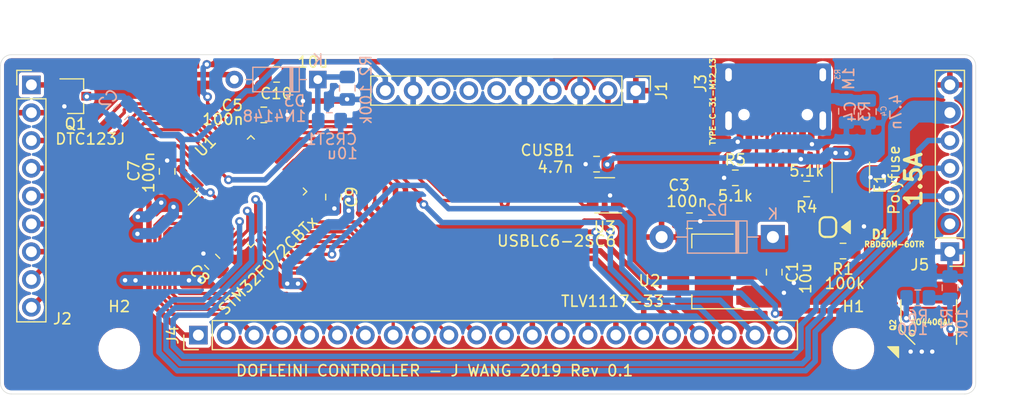
<source format=kicad_pcb>
(kicad_pcb (version 20171130) (host pcbnew "(5.1.5)-3")
  (layers (0 F.Cu signal) (31 B.Cu signal) (34 B.Paste user) (35 F.Paste user) (36 B.SilkS user) (37 F.SilkS user) (38 B.Mask user) (39 F.Mask user) (44 Edge.Cuts user))
  (net 0 "")
  (net 1 GND)
  (net 2 +5V)
  (net 3 NRST)
  (net 4 RST_SW2)
  (net 5 "Net-(C4-Pad1)")
  (net 6 BOOT0)
  (net 7 VBUS)
  (net 8 RST_SW1)
  (net 9 Dbus-)
  (net 10 Dbus+)
  (net 11 "Net-(J3-PadB5)")
  (net 12 "Net-(J3-PadA5)")
  (net 13 LED_PWM)
  (net 14 "Net-(Q2-Pad4)")
  (net 15 LED_switch)
  (net 16 SWDIO)
  (net 17 SWCLK)
  (net 18 Row1)
  (net 19 Row2)
  (net 20 Row7)
  (net 21 Row6)
  (net 22 Row5)
  (net 23 Col4)
  (net 24 Col3)
  (net 25 Col2)
  (net 26 Col6)
  (net 27 Col7)
  (net 28 Col8)
  (net 29 Col9)
  (net 30 Col10)
  (net 31 Col11)
  (net 32 Col12)
  (net 33 Col13)
  (net 34 Col14)
  (net 35 Col15)
  (net 36 Col16)
  (net 37 Col17)
  (net 38 Col18)
  (net 39 Col19)
  (net 40 Col20)
  (net 41 Col21)
  (net 42 Col22)
  (net 43 NUM_INDICATOR)
  (net 44 CAP_INDICATOR)
  (net 45 SCRL_INDICATOR)
  (net 46 D-)
  (net 47 D+)
  (net 48 Row4)
  (net 49 Row3)
  (net 50 Col5)
  (net 51 Col1)
  (module Capacitor_SMD:C_0805_2012Metric_Pad1.15x1.40mm_HandSolder (layer F.Cu) (at -30.79 -7.34 90)
    (fp_text reference C7 (at 0.035 -3.035 270) (layer F.SilkS))
    (fp_text value 100n (at -0.09 -1.685 270) (layer F.SilkS))
    (pad 2 smd roundrect (at 1.025 0 90) (size 1.15 1.4) (layers F.Cu F.Paste F.Mask) (roundrect_rratio 0.217391) (net 1 GND))
    (pad 1 smd roundrect (at -1.025 0 90) (size 1.15 1.4) (layers F.Cu F.Paste F.Mask) (roundrect_rratio 0.217391) (net 4 RST_SW2))
  )
  (module acheronConnectors:TYPE-C-31-M-12 (layer F.Cu) (at 24.74 -10.47 180)
    (fp_text reference J3 (at 6.84 4.905 90) (layer F.SilkS))
    (fp_text value TYPE-C-31-M12_13 (at 5.74 3.23 90) (layer F.SilkS) (effects (font (size 0.5 0.5) (thickness 0.125))))
    (pad S thru_hole oval (at 4.3 1.5 180) (size 1.1 2.2) (drill oval 0.6 1.7) (layers *.Cu *.Mask) (net 5 "Net-(C4-Pad1)"))
    (pad S thru_hole oval (at 4.3 5.7 180) (size 1.3 1.9) (drill oval 0.6 1.2) (layers *.Cu *.Mask) (net 5 "Net-(C4-Pad1)"))
    (pad "" np_thru_hole circle (at 2.89 2.051 180) (size 0.65 0.65) (drill 0.65) (layers *.Cu *.Mask))
    (pad "" np_thru_hole circle (at -2.89 2.051 180) (size 0.65 0.65) (drill 0.65) (layers *.Cu *.Mask))
    (pad S thru_hole oval (at -4.3 5.7 180) (size 1.3 1.9) (drill oval 0.6 1.2) (layers *.Cu *.Mask) (net 5 "Net-(C4-Pad1)"))
    (pad A1 smd roundrect (at -3.25 1.275 180) (size 0.6 1.45) (drill (offset 0 -0.55)) (layers F.Cu F.Paste F.Mask) (net 1 GND))
    (pad B8 smd roundrect (at -1.75 1.275 180) (size 0.3 1.45) (drill (offset 0 -0.55)) (layers F.Cu F.Paste F.Mask))
    (pad A5 smd roundrect (at -1.25 1.275 180) (size 0.3 1.45) (drill (offset 0 -0.55)) (layers F.Cu F.Paste F.Mask) (net 12 "Net-(J3-PadA5)"))
    (pad B7 smd roundrect (at -0.75 1.275 180) (size 0.3 1.45) (drill (offset 0 -0.55)) (layers F.Cu F.Paste F.Mask) (net 9 Dbus-))
    (pad A6 smd roundrect (at -0.254 1.275 180) (size 0.3 1.45) (drill (offset 0 -0.55)) (layers F.Cu F.Paste F.Mask) (net 10 Dbus+))
    (pad B5 smd roundrect (at 1.75 1.275 180) (size 0.3 1.45) (drill (offset 0 -0.55)) (layers F.Cu F.Paste F.Mask) (net 11 "Net-(J3-PadB5)"))
    (pad A8 smd roundrect (at 1.25 1.275 180) (size 0.3 1.45) (drill (offset 0 -0.55)) (layers F.Cu F.Paste F.Mask))
    (pad B6 smd roundrect (at 0.75 1.275 180) (size 0.3 1.45) (drill (offset 0 -0.55)) (layers F.Cu F.Paste F.Mask) (net 10 Dbus+))
    (pad A7 smd roundrect (at 0.25 1.275 180) (size 0.3 1.45) (drill (offset 0 -0.55)) (layers F.Cu F.Paste F.Mask) (net 9 Dbus-))
    (pad S thru_hole oval (at -4.3 1.5 180) (size 1.1 2.2) (drill oval 0.6 1.7) (layers *.Cu *.Mask) (net 5 "Net-(C4-Pad1)"))
    (pad A4 smd roundrect (at -2.45 1.275 180) (size 0.6 1.45) (drill (offset 0 -0.55)) (layers F.Cu F.Paste F.Mask) (net 7 VBUS))
    (pad B1 smd roundrect (at 3.25 1.275 180) (size 0.6 1.45) (drill (offset 0 -0.55)) (layers F.Cu F.Paste F.Mask) (net 1 GND))
    (pad B4 smd roundrect (at 2.45 1.275 180) (size 0.6 1.45) (drill (offset 0 -0.55)) (layers F.Cu F.Paste F.Mask) (net 7 VBUS))
  )
  (module Capacitor_SMD:C_0805_2012Metric_Pad1.15x1.40mm_HandSolder (layer F.Cu) (at 24.61 1.87 270)
    (fp_text reference C1 (at 0 -1.65 90) (layer F.SilkS))
    (fp_text value 10u (at 0.58 -2.865 90) (layer F.SilkS))
    (pad 2 smd roundrect (at 1.025 0 270) (size 1.15 1.4) (layers F.Cu F.Paste F.Mask) (roundrect_rratio 0.217391) (net 1 GND))
    (pad 1 smd roundrect (at -1.025 0 270) (size 1.15 1.4) (layers F.Cu F.Paste F.Mask) (roundrect_rratio 0.217391) (net 2 +5V))
  )
  (module Capacitor_SMD:C_0805_2012Metric_Pad1.15x1.40mm_HandSolder (layer B.Cu) (at -34.98 -12.75 225)
    (fp_text reference C2 (at 0 1.65 45) (layer B.SilkS) (effects (justify mirror)))
    (fp_text value 4.7n)
    (pad 2 smd roundrect (at 1.025 0 225) (size 1.15 1.4) (layers B.Cu B.Paste B.Mask) (roundrect_rratio 0.217391) (net 1 GND))
    (pad 1 smd roundrect (at -1.025 0 225) (size 1.15 1.4) (layers B.Cu B.Paste B.Mask) (roundrect_rratio 0.217391) (net 3 NRST))
  )
  (module Capacitor_SMD:C_0805_2012Metric_Pad1.15x1.40mm_HandSolder (layer F.Cu) (at 16.875 -2.83)
    (fp_text reference C3 (at -0.95 -3.245) (layer F.SilkS))
    (fp_text value 100n (at -0.225 -1.77) (layer F.SilkS))
    (pad 2 smd roundrect (at 1.025 0) (size 1.15 1.4) (layers F.Cu F.Paste F.Mask) (roundrect_rratio 0.217391) (net 1 GND))
    (pad 1 smd roundrect (at -1.025 0) (size 1.15 1.4) (layers F.Cu F.Paste F.Mask) (roundrect_rratio 0.217391) (net 4 RST_SW2))
  )
  (module Capacitor_SMD:C_0805_2012Metric_Pad1.15x1.40mm_HandSolder (layer B.Cu) (at 33.2 -12.8 270)
    (fp_text reference C4 (at 0 1.65 90) (layer B.SilkS) (effects (justify mirror)))
    (fp_text value 4.7n (at 0.03 -2.51 90) (layer B.SilkS) (effects (justify mirror)))
    (fp_text user %R (at -0.04 -1.4 270) (layer B.SilkS) (effects (font (size 0.5 0.5) (thickness 0.08)) (justify mirror)))
    (pad 2 smd roundrect (at 1.025 0 270) (size 1.15 1.4) (layers B.Cu B.Paste B.Mask) (roundrect_rratio 0.217391) (net 1 GND))
    (pad 1 smd roundrect (at -1.025 0 270) (size 1.15 1.4) (layers B.Cu B.Paste B.Mask) (roundrect_rratio 0.217391) (net 5 "Net-(C4-Pad1)"))
  )
  (module Capacitor_SMD:C_0805_2012Metric_Pad1.15x1.40mm_HandSolder (layer F.Cu) (at -21.97 -12.5)
    (fp_text reference C5 (at -2.88 -0.875) (layer F.SilkS))
    (fp_text value 100n (at -3.73 0.4) (layer F.SilkS))
    (pad 2 smd roundrect (at 1.025 0) (size 1.15 1.4) (layers F.Cu F.Paste F.Mask) (roundrect_rratio 0.217391) (net 1 GND))
    (pad 1 smd roundrect (at -1.025 0) (size 1.15 1.4) (layers F.Cu F.Paste F.Mask) (roundrect_rratio 0.217391) (net 4 RST_SW2))
  )
  (module Capacitor_SMD:C_0805_2012Metric_Pad1.15x1.40mm_HandSolder (layer F.Cu) (at -26.68 0.92 135)
    (fp_text reference C8 (at 0 -1.65 135) (layer F.SilkS))
    (fp_text value 100n)
    (pad 2 smd roundrect (at 1.025 0 135) (size 1.15 1.4) (layers F.Cu F.Paste F.Mask) (roundrect_rratio 0.217391) (net 1 GND))
    (pad 1 smd roundrect (at -1.025 0 135) (size 1.15 1.4) (layers F.Cu F.Paste F.Mask) (roundrect_rratio 0.217391) (net 4 RST_SW2))
  )
  (module Capacitor_SMD:C_0805_2012Metric_Pad1.15x1.40mm_HandSolder (layer F.Cu) (at -15.61 -4.99 270)
    (fp_text reference C9 (at 0 -1.65 90) (layer F.SilkS))
    (fp_text value 100n)
    (pad 2 smd roundrect (at 1.025 0 270) (size 1.15 1.4) (layers F.Cu F.Paste F.Mask) (roundrect_rratio 0.217391) (net 1 GND))
    (pad 1 smd roundrect (at -1.025 0 270) (size 1.15 1.4) (layers F.Cu F.Paste F.Mask) (roundrect_rratio 0.217391) (net 4 RST_SW2))
  )
  (module Capacitor_SMD:C_0805_2012Metric_Pad1.15x1.40mm_HandSolder (layer B.Cu) (at -15.98 -11.99)
    (fp_text reference CRST1 (at 0.205 1.715) (layer B.SilkS) (effects (justify mirror)))
    (fp_text value 10u (at 1.18 3.015) (layer B.SilkS) (effects (justify mirror)))
    (pad 2 smd roundrect (at 1.025 0) (size 1.15 1.4) (layers B.Cu B.Paste B.Mask) (roundrect_rratio 0.217391) (net 1 GND))
    (pad 1 smd roundrect (at -1.025 0) (size 1.15 1.4) (layers B.Cu B.Paste B.Mask) (roundrect_rratio 0.217391) (net 6 BOOT0))
  )
  (module Capacitor_SMD:C_0805_2012Metric_Pad1.15x1.40mm_HandSolder (layer F.Cu) (at 8.4 -8 180)
    (fp_text reference CUSB1 (at 4.46 1.27) (layer F.SilkS))
    (fp_text value 4.7n (at 3.76 -0.28) (layer F.SilkS))
    (pad 2 smd roundrect (at 1.025 0 180) (size 1.15 1.4) (layers F.Cu F.Paste F.Mask) (roundrect_rratio 0.217391) (net 1 GND))
    (pad 1 smd roundrect (at -1.025 0 180) (size 1.15 1.4) (layers F.Cu F.Paste F.Mask) (roundrect_rratio 0.217391) (net 7 VBUS))
  )
  (module acheronComponents:D_SOD-123 (layer F.Cu) (at 31.16 -2.25)
    (fp_text reference D1 (at 3.14 0.675 180) (layer F.SilkS) (effects (font (size 0.8 0.8) (thickness 0.2))))
    (fp_text value RBD60M-60TR (at 4.415 1.575) (layer F.SilkS) (effects (font (size 0.5 0.5) (thickness 0.125))))
    (pad 2 smd roundrect (at 1.65 0) (size 1 1.2) (layers F.Cu F.Paste F.Mask) (net 1 GND))
    (pad 1 smd roundrect (at -1.65 0) (size 1 1.2) (layers F.Cu F.Paste F.Mask) (net 2 +5V))
  )
  (module Diode_THT:D_DO-41_SOD81_P10.16mm_Horizontal (layer B.Cu) (at 24.49 -1.34 180)
    (fp_text reference D2 (at 5.08 2.47) (layer B.SilkS) (effects (justify mirror)))
    (fp_text value 1N4007)
    (fp_text user K (at 0 2.1) (layer B.SilkS) (effects (justify mirror)))
    (pad 2 thru_hole oval (at 10.16 0 180) (size 2.2 2.2) (drill 1.1) (layers *.Cu *.Mask) (net 4 RST_SW2))
    (pad 1 thru_hole rect (at 0 0 180) (size 2.2 2.2) (drill 1.1) (layers *.Cu *.Mask) (net 2 +5V))
  )
  (module Diode_THT:D_DO-35_SOD27_P7.62mm_Horizontal (layer B.Cu) (at -17.04 -15.73 180)
    (fp_text reference D3 (at 2.12 -1.95) (layer B.SilkS) (effects (justify mirror)))
    (fp_text value 1N4148 (at 3.96 -3.35) (layer B.SilkS) (effects (justify mirror)))
    (fp_text user K (at 0 1.8) (layer B.SilkS) (effects (justify mirror)))
    (pad 2 thru_hole oval (at 7.62 0 180) (size 1.6 1.6) (drill 0.8) (layers *.Cu *.Mask) (net 8 RST_SW1))
    (pad 1 thru_hole rect (at 0 0 180) (size 1.6 1.6) (drill 0.8) (layers *.Cu *.Mask) (net 6 BOOT0))
  )
  (module Fuse:Fuse_1812_4532Metric_Pad1.30x3.40mm_HandSolder (layer F.Cu) (at 31.6 -6.8 90)
    (fp_text reference F1 (at -0.575 2.675 90) (layer F.SilkS))
    (fp_text value Polyfuse (at -0.25 3.95 90) (layer F.SilkS))
    (pad 2 smd roundrect (at 2.225 0 90) (size 1.3 3.4) (layers F.Cu F.Paste F.Mask) (roundrect_rratio 0.192308) (net 7 VBUS))
    (pad 1 smd roundrect (at -2.225 0 90) (size 1.3 3.4) (layers F.Cu F.Paste F.Mask) (roundrect_rratio 0.192308) (net 2 +5V))
  )
  (module Connector_PinHeader_2.54mm:PinHeader_1x10_P2.54mm_Vertical (layer F.Cu) (at 11.98 -14.72 270)
    (fp_text reference J1 (at 0 -2.33 90) (layer F.SilkS))
    (fp_text value Conn_ARM_JTAG_SWD_10)
    (pad 10 thru_hole oval (at 0 22.86 270) (size 1.7 1.7) (drill 1) (layers *.Cu *.Mask) (net 3 NRST))
    (pad 9 thru_hole oval (at 0 20.32 270) (size 1.7 1.7) (drill 1) (layers *.Cu *.Mask) (net 1 GND))
    (pad 8 thru_hole oval (at 0 17.78 270) (size 1.7 1.7) (drill 1) (layers *.Cu *.Mask))
    (pad 7 thru_hole oval (at 0 15.24 270) (size 1.7 1.7) (drill 1) (layers *.Cu *.Mask))
    (pad 6 thru_hole oval (at 0 12.7 270) (size 1.7 1.7) (drill 1) (layers *.Cu *.Mask))
    (pad 5 thru_hole oval (at 0 10.16 270) (size 1.7 1.7) (drill 1) (layers *.Cu *.Mask) (net 1 GND))
    (pad 4 thru_hole oval (at 0 7.62 270) (size 1.7 1.7) (drill 1) (layers *.Cu *.Mask) (net 17 SWCLK))
    (pad 3 thru_hole oval (at 0 5.08 270) (size 1.7 1.7) (drill 1) (layers *.Cu *.Mask) (net 1 GND))
    (pad 2 thru_hole oval (at 0 2.54 270) (size 1.7 1.7) (drill 1) (layers *.Cu *.Mask) (net 16 SWDIO))
    (pad 1 thru_hole rect (at 0 0 270) (size 1.7 1.7) (drill 1) (layers *.Cu *.Mask) (net 4 RST_SW2))
  )
  (module Connector_PinHeader_2.54mm:PinHeader_1x09_P2.54mm_Vertical (layer F.Cu) (at -43.18 -15.24)
    (fp_text reference J2 (at 2.83 21.37) (layer F.SilkS))
    (fp_text value Conn_01x09_Male)
    (pad 9 thru_hole oval (at 0 20.32) (size 1.7 1.7) (drill 1) (layers *.Cu *.Mask) (net 49 Row3))
    (pad 8 thru_hole oval (at 0 17.78) (size 1.7 1.7) (drill 1) (layers *.Cu *.Mask) (net 48 Row4))
    (pad 7 thru_hole oval (at 0 15.24) (size 1.7 1.7) (drill 1) (layers *.Cu *.Mask) (net 22 Row5))
    (pad 6 thru_hole oval (at 0 12.7) (size 1.7 1.7) (drill 1) (layers *.Cu *.Mask) (net 21 Row6))
    (pad 5 thru_hole oval (at 0 10.16) (size 1.7 1.7) (drill 1) (layers *.Cu *.Mask) (net 20 Row7))
    (pad 4 thru_hole oval (at 0 7.62) (size 1.7 1.7) (drill 1) (layers *.Cu *.Mask) (net 19 Row2))
    (pad 3 thru_hole oval (at 0 5.08) (size 1.7 1.7) (drill 1) (layers *.Cu *.Mask) (net 18 Row1))
    (pad 2 thru_hole oval (at 0 2.54) (size 1.7 1.7) (drill 1) (layers *.Cu *.Mask) (net 4 RST_SW2))
    (pad 1 thru_hole rect (at 0 0) (size 1.7 1.7) (drill 1) (layers *.Cu *.Mask) (net 8 RST_SW1))
  )
  (module Connector_PinHeader_2.54mm:PinHeader_1x22_P2.54mm_Vertical (layer F.Cu) (at -27.94 7.62 90)
    (fp_text reference J4 (at 0 -2.33 90) (layer F.SilkS))
    (fp_text value Conn_01x22_Male)
    (pad 22 thru_hole oval (at 0 53.34 90) (size 1.7 1.7) (drill 1) (layers *.Cu *.Mask) (net 42 Col22))
    (pad 21 thru_hole oval (at 0 50.8 90) (size 1.7 1.7) (drill 1) (layers *.Cu *.Mask) (net 41 Col21))
    (pad 20 thru_hole oval (at 0 48.26 90) (size 1.7 1.7) (drill 1) (layers *.Cu *.Mask) (net 40 Col20))
    (pad 19 thru_hole oval (at 0 45.72 90) (size 1.7 1.7) (drill 1) (layers *.Cu *.Mask) (net 39 Col19))
    (pad 18 thru_hole oval (at 0 43.18 90) (size 1.7 1.7) (drill 1) (layers *.Cu *.Mask) (net 38 Col18))
    (pad 17 thru_hole oval (at 0 40.64 90) (size 1.7 1.7) (drill 1) (layers *.Cu *.Mask) (net 37 Col17))
    (pad 16 thru_hole oval (at 0 38.1 90) (size 1.7 1.7) (drill 1) (layers *.Cu *.Mask) (net 36 Col16))
    (pad 15 thru_hole oval (at 0 35.56 90) (size 1.7 1.7) (drill 1) (layers *.Cu *.Mask) (net 35 Col15))
    (pad 14 thru_hole oval (at 0 33.02 90) (size 1.7 1.7) (drill 1) (layers *.Cu *.Mask) (net 34 Col14))
    (pad 13 thru_hole oval (at 0 30.48 90) (size 1.7 1.7) (drill 1) (layers *.Cu *.Mask) (net 33 Col13))
    (pad 12 thru_hole oval (at 0 27.94 90) (size 1.7 1.7) (drill 1) (layers *.Cu *.Mask) (net 32 Col12))
    (pad 11 thru_hole oval (at 0 25.4 90) (size 1.7 1.7) (drill 1) (layers *.Cu *.Mask) (net 31 Col11))
    (pad 10 thru_hole oval (at 0 22.86 90) (size 1.7 1.7) (drill 1) (layers *.Cu *.Mask) (net 30 Col10))
    (pad 9 thru_hole oval (at 0 20.32 90) (size 1.7 1.7) (drill 1) (layers *.Cu *.Mask) (net 29 Col9))
    (pad 8 thru_hole oval (at 0 17.78 90) (size 1.7 1.7) (drill 1) (layers *.Cu *.Mask) (net 28 Col8))
    (pad 7 thru_hole oval (at 0 15.24 90) (size 1.7 1.7) (drill 1) (layers *.Cu *.Mask) (net 27 Col7))
    (pad 6 thru_hole oval (at 0 12.7 90) (size 1.7 1.7) (drill 1) (layers *.Cu *.Mask) (net 26 Col6))
    (pad 5 thru_hole oval (at 0 10.16 90) (size 1.7 1.7) (drill 1) (layers *.Cu *.Mask) (net 51 Col1))
    (pad 4 thru_hole oval (at 0 7.62 90) (size 1.7 1.7) (drill 1) (layers *.Cu *.Mask) (net 25 Col2))
    (pad 3 thru_hole oval (at 0 5.08 90) (size 1.7 1.7) (drill 1) (layers *.Cu *.Mask) (net 24 Col3))
    (pad 2 thru_hole oval (at 0 2.54 90) (size 1.7 1.7) (drill 1) (layers *.Cu *.Mask) (net 23 Col4))
    (pad 1 thru_hole rect (at 0 0 90) (size 1.7 1.7) (drill 1) (layers *.Cu *.Mask) (net 50 Col5))
  )
  (module Connector_PinHeader_2.54mm:PinHeader_1x07_P2.54mm_Vertical (layer F.Cu) (at 40.64 0 180)
    (fp_text reference J5 (at 2.74 -1.2) (layer F.SilkS))
    (fp_text value Conn_01x07_Male)
    (pad 7 thru_hole oval (at 0 15.24 180) (size 1.7 1.7) (drill 1) (layers *.Cu *.Mask) (net 4 RST_SW2))
    (pad 6 thru_hole oval (at 0 12.7 180) (size 1.7 1.7) (drill 1) (layers *.Cu *.Mask) (net 2 +5V))
    (pad 5 thru_hole oval (at 0 10.16 180) (size 1.7 1.7) (drill 1) (layers *.Cu *.Mask) (net 45 SCRL_INDICATOR))
    (pad 4 thru_hole oval (at 0 7.62 180) (size 1.7 1.7) (drill 1) (layers *.Cu *.Mask) (net 44 CAP_INDICATOR))
    (pad 3 thru_hole oval (at 0 5.08 180) (size 1.7 1.7) (drill 1) (layers *.Cu *.Mask) (net 43 NUM_INDICATOR))
    (pad 2 thru_hole oval (at 0 2.54 180) (size 1.7 1.7) (drill 1) (layers *.Cu *.Mask) (net 15 LED_switch))
    (pad 1 thru_hole rect (at 0 0 180) (size 1.7 1.7) (drill 1) (layers *.Cu *.Mask) (net 1 GND))
  )
  (module Package_TO_SOT_SMD:SOT-23 (layer F.Cu) (at -39.17 -14.21)
    (fp_text reference Q1 (at 0.02 2.535) (layer F.SilkS))
    (fp_text value DTC123J (at 1.37 3.91) (layer F.SilkS))
    (pad 3 smd rect (at 1 0) (size 0.9 0.8) (layers F.Cu F.Paste F.Mask) (net 3 NRST))
    (pad 2 smd rect (at -1 0.95) (size 0.9 0.8) (layers F.Cu F.Paste F.Mask) (net 1 GND))
    (pad 1 smd rect (at -1 -0.95) (size 0.9 0.8) (layers F.Cu F.Paste F.Mask) (net 8 RST_SW1))
  )
  (module acheronComponents:SOIC-8 (layer F.Cu) (at 38.71 6.43 90)
    (fp_text reference Q2 (at -0.27 -3.26 270) (layer F.SilkS) (effects (font (size 0.508 0.508) (thickness 0.127))))
    (fp_text value AO4406AL (at 0 0.254) (layer F.SilkS) (effects (font (size 0.508 0.508) (thickness 0.127))))
    (pad 8 smd roundrect (at 2.7 -1.905 90) (size 1.55 0.6) (layers F.Cu F.Paste F.Mask) (roundrect_rratio 0.5) (net 15 LED_switch))
    (pad 7 smd roundrect (at 2.7 -0.635 90) (size 1.55 0.6) (layers F.Cu F.Paste F.Mask) (roundrect_rratio 0.5) (net 15 LED_switch))
    (pad 6 smd roundrect (at 2.7 0.635 90) (size 1.55 0.6) (layers F.Cu F.Paste F.Mask) (roundrect_rratio 0.5) (net 15 LED_switch))
    (pad 5 smd roundrect (at 2.7 1.905 90) (size 1.55 0.6) (layers F.Cu F.Paste F.Mask) (roundrect_rratio 0.5) (net 15 LED_switch))
    (pad 4 smd roundrect (at -2.7 1.905 90) (size 1.55 0.6) (layers F.Cu F.Paste F.Mask) (roundrect_rratio 0.5) (net 14 "Net-(Q2-Pad4)"))
    (pad 3 smd roundrect (at -2.7 0.635 90) (size 1.55 0.6) (layers F.Cu F.Paste F.Mask) (roundrect_rratio 0.5) (net 1 GND))
    (pad 2 smd roundrect (at -2.7 -0.635 90) (size 1.55 0.6) (layers F.Cu F.Paste F.Mask) (roundrect_rratio 0.5) (net 1 GND))
    (pad 1 smd rect (at -2.7 -1.905 90) (size 1.55 0.6) (layers F.Cu F.Paste F.Mask) (net 1 GND))
  )
  (module Resistor_SMD:R_0805_2012Metric_Pad1.15x1.40mm_HandSolder (layer F.Cu) (at 30.89 -0.06 180)
    (fp_text reference R1 (at 0 -1.65) (layer F.SilkS))
    (fp_text value 100k (at -0.16 -2.96) (layer F.SilkS))
    (pad 2 smd roundrect (at 1.025 0 180) (size 1.15 1.4) (layers F.Cu F.Paste F.Mask) (roundrect_rratio 0.217391) (net 2 +5V))
    (pad 1 smd roundrect (at -1.025 0 180) (size 1.15 1.4) (layers F.Cu F.Paste F.Mask) (roundrect_rratio 0.217391) (net 1 GND))
  )
  (module Resistor_SMD:R_0805_2012Metric_Pad1.15x1.40mm_HandSolder (layer B.Cu) (at -14.35 -14.94 90)
    (fp_text reference R2 (at 2.06 1.7 270) (layer B.SilkS) (effects (justify mirror)))
    (fp_text value 100k (at -1.48 1.71 90) (layer B.SilkS) (effects (justify mirror)))
    (pad 2 smd roundrect (at 1.025 0 90) (size 1.15 1.4) (layers B.Cu B.Paste B.Mask) (roundrect_rratio 0.217391) (net 6 BOOT0))
    (pad 1 smd roundrect (at -1.025 0 90) (size 1.15 1.4) (layers B.Cu B.Paste B.Mask) (roundrect_rratio 0.217391) (net 1 GND))
  )
  (module Resistor_SMD:R_0805_2012Metric_Pad1.15x1.40mm_HandSolder (layer B.Cu) (at 31.2 -12.83 90)
    (fp_text reference R3 (at 0 1.65 -90) (layer B.SilkS) (effects (justify mirror)))
    (fp_text value 1M (at 2.99 0.2 90) (layer B.SilkS) (effects (justify mirror)))
    (fp_text user %R (at 3.38 -0.81 270) (layer B.SilkS) (effects (font (size 0.5 0.5) (thickness 0.08)) (justify mirror)))
    (pad 2 smd roundrect (at 1.025 0 90) (size 1.15 1.4) (layers B.Cu B.Paste B.Mask) (roundrect_rratio 0.217391) (net 5 "Net-(C4-Pad1)"))
    (pad 1 smd roundrect (at -1.025 0 90) (size 1.15 1.4) (layers B.Cu B.Paste B.Mask) (roundrect_rratio 0.217391) (net 1 GND))
  )
  (module Resistor_SMD:R_0805_2012Metric_Pad1.15x1.40mm_HandSolder (layer F.Cu) (at 27.57 -5.73 180)
    (fp_text reference R4 (at 0 -1.65) (layer F.SilkS))
    (fp_text value 5.1k (at 0 1.65) (layer F.SilkS))
    (pad 2 smd roundrect (at 1.025 0 180) (size 1.15 1.4) (layers F.Cu F.Paste F.Mask) (roundrect_rratio 0.217391) (net 12 "Net-(J3-PadA5)"))
    (pad 1 smd roundrect (at -1.025 0 180) (size 1.15 1.4) (layers F.Cu F.Paste F.Mask) (roundrect_rratio 0.217391) (net 1 GND))
  )
  (module Resistor_SMD:R_0805_2012Metric_Pad1.15x1.40mm_HandSolder (layer F.Cu) (at 21.06 -6.75)
    (fp_text reference R5 (at 0 -1.65) (layer F.SilkS))
    (fp_text value 5.1k (at 0 1.65) (layer F.SilkS))
    (pad 2 smd roundrect (at 1.025 0) (size 1.15 1.4) (layers F.Cu F.Paste F.Mask) (roundrect_rratio 0.217391) (net 11 "Net-(J3-PadB5)"))
    (pad 1 smd roundrect (at -1.025 0) (size 1.15 1.4) (layers F.Cu F.Paste F.Mask) (roundrect_rratio 0.217391) (net 1 GND))
  )
  (module Resistor_SMD:R_0805_2012Metric_Pad1.15x1.40mm_HandSolder (layer B.Cu) (at 37.71 4.21)
    (fp_text reference R6 (at 0 1.65) (layer B.SilkS) (effects (justify mirror)))
    (fp_text value 100 (at -0.48 2.88) (layer B.SilkS) (effects (justify mirror)))
    (pad 2 smd roundrect (at 1.025 0) (size 1.15 1.4) (layers B.Cu B.Paste B.Mask) (roundrect_rratio 0.217391) (net 14 "Net-(Q2-Pad4)"))
    (pad 1 smd roundrect (at -1.025 0) (size 1.15 1.4) (layers B.Cu B.Paste B.Mask) (roundrect_rratio 0.217391) (net 13 LED_PWM))
  )
  (module Resistor_SMD:R_0805_2012Metric_Pad1.15x1.40mm_HandSolder (layer B.Cu) (at 40.65 3.29 270)
    (fp_text reference R7 (at 2.81 0.27 90) (layer B.SilkS) (effects (justify mirror)))
    (fp_text value 10k (at 3.27 -1.08 90) (layer B.SilkS) (effects (justify mirror)))
    (pad 2 smd roundrect (at 1.025 0 270) (size 1.15 1.4) (layers B.Cu B.Paste B.Mask) (roundrect_rratio 0.217391) (net 14 "Net-(Q2-Pad4)"))
    (pad 1 smd roundrect (at -1.025 0 270) (size 1.15 1.4) (layers B.Cu B.Paste B.Mask) (roundrect_rratio 0.217391) (net 1 GND))
  )
  (module Package_TO_SOT_SMD:SOT-223-3_TabPin2 (layer F.Cu) (at 19 1.8 180)
    (fp_text reference U2 (at 5.775 -0.85) (layer F.SilkS))
    (fp_text value TLV1117-33 (at 9.15 -2.725 180) (layer F.SilkS))
    (pad 1 smd rect (at -3.15 -2.3 180) (size 2 1.5) (layers F.Cu F.Paste F.Mask) (net 1 GND))
    (pad 3 smd rect (at -3.15 2.3 180) (size 2 1.5) (layers F.Cu F.Paste F.Mask) (net 2 +5V))
    (pad 2 smd rect (at -3.15 0 180) (size 2 1.5) (layers F.Cu F.Paste F.Mask) (net 4 RST_SW2))
    (pad 2 smd rect (at 3.15 0 180) (size 2 3.8) (layers F.Cu F.Paste F.Mask) (net 4 RST_SW2))
  )
  (module Package_TO_SOT_SMD:SOT-23-6 (layer F.Cu) (at 9.14 -5.15 180)
    (fp_text reference U3 (at 0 -2.9) (layer F.SilkS))
    (fp_text value USBLC6-2SC6 (at 4.39 -4.17) (layer F.SilkS))
    (pad 5 smd rect (at 1.1 0 180) (size 1.06 0.65) (layers F.Cu F.Paste F.Mask) (net 7 VBUS))
    (pad 6 smd rect (at 1.1 -0.95 180) (size 1.06 0.65) (layers F.Cu F.Paste F.Mask) (net 46 D-))
    (pad 4 smd rect (at 1.1 0.95 180) (size 1.06 0.65) (layers F.Cu F.Paste F.Mask) (net 47 D+))
    (pad 3 smd rect (at -1.1 0.95 180) (size 1.06 0.65) (layers F.Cu F.Paste F.Mask) (net 10 Dbus+))
    (pad 2 smd rect (at -1.1 0 180) (size 1.06 0.65) (layers F.Cu F.Paste F.Mask) (net 1 GND))
    (pad 1 smd rect (at -1.1 -0.95 180) (size 1.06 0.65) (layers F.Cu F.Paste F.Mask) (net 9 Dbus-))
  )
  (module Capacitor_SMD:C_0805_2012Metric_Pad1.15x1.40mm_HandSolder (layer F.Cu) (at -20.8 -16.2)
    (fp_text reference C10 (at -0.04 1.75) (layer F.SilkS))
    (fp_text value 10u (at 3.3 -1.125) (layer F.SilkS))
    (pad 2 smd roundrect (at 1.025 0) (size 1.15 1.4) (layers F.Cu F.Paste F.Mask) (roundrect_rratio 0.217391) (net 1 GND))
    (pad 1 smd roundrect (at -1.025 0) (size 1.15 1.4) (layers F.Cu F.Paste F.Mask) (roundrect_rratio 0.217391) (net 4 RST_SW2))
  )
  (module Package_QFP:LQFP-48_7x7mm_P0.5mm (layer F.Cu) (at -23.15 -5.5 45)
    (fp_text reference U1 (at 0 -5.85 45) (layer F.SilkS))
    (fp_text value STM32F072CBTx (at -3.684026 5.890199 45) (layer F.SilkS))
    (pad 48 smd roundrect (at -2.75 -4.1625 45) (size 0.3 1.475) (layers F.Cu F.Paste F.Mask) (net 4 RST_SW2))
    (pad 47 smd roundrect (at -2.25 -4.1625 45) (size 0.3 1.475) (layers F.Cu F.Paste F.Mask) (net 1 GND))
    (pad 46 smd roundrect (at -1.75 -4.1625 45) (size 0.3 1.475) (layers F.Cu F.Paste F.Mask) (net 50 Col5))
    (pad 45 smd roundrect (at -1.25 -4.1625 45) (size 0.3 1.475) (layers F.Cu F.Paste F.Mask) (net 49 Row3))
    (pad 44 smd roundrect (at -0.75 -4.1625 45) (size 0.3 1.475) (layers F.Cu F.Paste F.Mask) (net 6 BOOT0))
    (pad 43 smd roundrect (at -0.25 -4.1625 45) (size 0.3 1.475) (layers F.Cu F.Paste F.Mask) (net 48 Row4))
    (pad 42 smd roundrect (at 0.25 -4.1625 45) (size 0.3 1.475) (layers F.Cu F.Paste F.Mask) (net 22 Row5))
    (pad 41 smd roundrect (at 0.75 -4.1625 45) (size 0.3 1.475) (layers F.Cu F.Paste F.Mask) (net 21 Row6))
    (pad 40 smd roundrect (at 1.25 -4.1625 45) (size 0.3 1.475) (layers F.Cu F.Paste F.Mask) (net 20 Row7))
    (pad 39 smd roundrect (at 1.75 -4.1625 45) (size 0.3 1.475) (layers F.Cu F.Paste F.Mask) (net 19 Row2))
    (pad 38 smd roundrect (at 2.25 -4.1625 45) (size 0.3 1.475) (layers F.Cu F.Paste F.Mask) (net 18 Row1))
    (pad 37 smd roundrect (at 2.75 -4.1625 45) (size 0.3 1.475) (layers F.Cu F.Paste F.Mask) (net 17 SWCLK))
    (pad 36 smd roundrect (at 4.1625 -2.75 45) (size 1.475 0.3) (layers F.Cu F.Paste F.Mask) (net 4 RST_SW2))
    (pad 35 smd roundrect (at 4.1625 -2.25 45) (size 1.475 0.3) (layers F.Cu F.Paste F.Mask) (net 1 GND))
    (pad 34 smd roundrect (at 4.1625 -1.75 45) (size 1.475 0.3) (layers F.Cu F.Paste F.Mask) (net 16 SWDIO))
    (pad 33 smd roundrect (at 4.1625 -1.25 45) (size 1.475 0.3) (layers F.Cu F.Paste F.Mask) (net 47 D+))
    (pad 32 smd roundrect (at 4.1625 -0.75 45) (size 1.475 0.3) (layers F.Cu F.Paste F.Mask) (net 46 D-))
    (pad 31 smd roundrect (at 4.1625 -0.25 45) (size 1.475 0.3) (layers F.Cu F.Paste F.Mask) (net 42 Col22))
    (pad 30 smd roundrect (at 4.1625 0.25 45) (size 1.475 0.3) (layers F.Cu F.Paste F.Mask) (net 41 Col21))
    (pad 29 smd roundrect (at 4.1625 0.75 45) (size 1.475 0.3) (layers F.Cu F.Paste F.Mask) (net 40 Col20))
    (pad 28 smd roundrect (at 4.1625 1.25 45) (size 1.475 0.3) (layers F.Cu F.Paste F.Mask) (net 39 Col19))
    (pad 27 smd roundrect (at 4.1625 1.75 45) (size 1.475 0.3) (layers F.Cu F.Paste F.Mask) (net 38 Col18))
    (pad 26 smd roundrect (at 4.1625 2.25 45) (size 1.475 0.3) (layers F.Cu F.Paste F.Mask) (net 37 Col17))
    (pad 25 smd roundrect (at 4.1625 2.75 45) (size 1.475 0.3) (layers F.Cu F.Paste F.Mask) (net 36 Col16))
    (pad 24 smd roundrect (at 2.75 4.1625 45) (size 0.3 1.475) (layers F.Cu F.Paste F.Mask) (net 4 RST_SW2))
    (pad 23 smd roundrect (at 2.25 4.1625 45) (size 0.3 1.475) (layers F.Cu F.Paste F.Mask) (net 1 GND))
    (pad 22 smd roundrect (at 1.75 4.1625 45) (size 0.3 1.475) (layers F.Cu F.Paste F.Mask) (net 35 Col15))
    (pad 21 smd roundrect (at 1.25 4.1625 45) (size 0.3 1.475) (layers F.Cu F.Paste F.Mask) (net 34 Col14))
    (pad 20 smd roundrect (at 0.75 4.1625 45) (size 0.3 1.475) (layers F.Cu F.Paste F.Mask) (net 33 Col13))
    (pad 19 smd roundrect (at 0.25 4.1625 45) (size 0.3 1.475) (layers F.Cu F.Paste F.Mask) (net 32 Col12))
    (pad 18 smd roundrect (at -0.25 4.1625 45) (size 0.3 1.475) (layers F.Cu F.Paste F.Mask) (net 31 Col11))
    (pad 17 smd roundrect (at -0.75 4.1625 45) (size 0.3 1.475) (layers F.Cu F.Paste F.Mask) (net 30 Col10))
    (pad 16 smd roundrect (at -1.25 4.1625 45) (size 0.3 1.475) (layers F.Cu F.Paste F.Mask) (net 13 LED_PWM))
    (pad 15 smd roundrect (at -1.75 4.1625 45) (size 0.3 1.475) (layers F.Cu F.Paste F.Mask) (net 29 Col9))
    (pad 14 smd roundrect (at -2.25 4.1625 45) (size 0.3 1.475) (layers F.Cu F.Paste F.Mask) (net 28 Col8))
    (pad 13 smd roundrect (at -2.75 4.1625 45) (size 0.3 1.475) (layers F.Cu F.Paste F.Mask) (net 27 Col7))
    (pad 12 smd roundrect (at -4.1625 2.75 45) (size 1.475 0.3) (layers F.Cu F.Paste F.Mask) (net 45 SCRL_INDICATOR))
    (pad 11 smd roundrect (at -4.1625 2.25 45) (size 1.475 0.3) (layers F.Cu F.Paste F.Mask) (net 44 CAP_INDICATOR))
    (pad 10 smd roundrect (at -4.1625 1.75 45) (size 1.475 0.3) (layers F.Cu F.Paste F.Mask) (net 43 NUM_INDICATOR))
    (pad 9 smd roundrect (at -4.1625 1.25 45) (size 1.475 0.3) (layers F.Cu F.Paste F.Mask) (net 4 RST_SW2))
    (pad 8 smd roundrect (at -4.1625 0.75 45) (size 1.475 0.3) (layers F.Cu F.Paste F.Mask) (net 1 GND))
    (pad 7 smd roundrect (at -4.1625 0.25 45) (size 1.475 0.3) (layers F.Cu F.Paste F.Mask) (net 3 NRST))
    (pad 6 smd roundrect (at -4.1625 -0.25 45) (size 1.475 0.3) (layers F.Cu F.Paste F.Mask) (net 26 Col6))
    (pad 5 smd roundrect (at -4.1625 -0.75 45) (size 1.475 0.3) (layers F.Cu F.Paste F.Mask) (net 51 Col1))
    (pad 4 smd roundrect (at -4.1625 -1.25 45) (size 1.475 0.3) (layers F.Cu F.Paste F.Mask) (net 25 Col2))
    (pad 3 smd roundrect (at -4.1625 -1.75 45) (size 1.475 0.3) (layers F.Cu F.Paste F.Mask) (net 24 Col3))
    (pad 2 smd roundrect (at -4.1625 -2.25 45) (size 1.475 0.3) (layers F.Cu F.Paste F.Mask) (net 23 Col4))
    (pad 1 smd roundrect (at -4.1625 -2.75 45) (size 1.475 0.3) (layers F.Cu F.Paste F.Mask) (net 4 RST_SW2))
  )
  (module MountingHole:MountingHole_3.2mm_M3_ISO7380 (layer F.Cu) (at 31.84 8.86)
    (fp_text reference H1 (at 0 -3.85) (layer F.SilkS))
    (fp_text value MountingHole)
    (pad 1 np_thru_hole circle (at 0 0) (size 3.2 3.2) (drill 3.2) (layers *.Cu *.Mask))
  )
  (module MountingHole:MountingHole_3.2mm_M3_ISO7380 (layer F.Cu) (at -35.16 8.86)
    (fp_text reference H2 (at 0 -3.85) (layer F.SilkS))
    (fp_text value MountingHole)
    (pad 1 np_thru_hole circle (at 0 0) (size 3.2 3.2) (drill 3.2) (layers *.Cu *.Mask))
  )
  (gr_text 1.5A (at 37.32 -6.61 90) (layer F.SilkS) (effects (font (size 1.5 1.5) (thickness 0.3))))
  (gr_line (start -45 -18) (end 42 -18) (layer Edge.Cuts) (width 0.05))
  (gr_line (start -46 12) (end -46 -17) (layer Edge.Cuts) (width 0.05))
  (gr_line (start 42 13) (end -45 13) (layer Edge.Cuts) (width 0.05))
  (gr_line (start 43 -17) (end 43 12) (layer Edge.Cuts) (width 0.05))
  (gr_arc (start 42 12) (end 42 13) (angle -90) (layer Edge.Cuts) (width 0.05))
  (gr_arc (start 42 -17) (end 43 -17) (angle -90) (layer Edge.Cuts) (width 0.05))
  (gr_arc (start -45 -17) (end -45 -18) (angle -90) (layer Edge.Cuts) (width 0.05))
  (gr_arc (start -45 12) (end -46 12) (angle -90) (layer Edge.Cuts) (width 0.05))
  (gr_text "DOFLEINI CONTROLLER - J WANG 2019 Rev 0.1" (at -6.38 10.87) (layer F.SilkS) (effects (font (size 1 1))))
  (via (at -14.37 -13.93) (size 0.8) (drill 0.4) (layers F.Cu B.Cu) (net 1))
  (via (at -40.17 -13.28) (size 0.8) (drill 0.4) (layers F.Cu B.Cu) (net 1))
  (via (at 17.86 -2.78) (size 0.8) (drill 0.4) (layers F.Cu B.Cu) (net 1))
  (via (at 32.8 -2.31) (size 0.8) (drill 0.4) (layers F.Cu B.Cu) (net 1))
  (via (at 7.4 -8) (size 0.8) (drill 0.4) (layers F.Cu B.Cu) (net 1))
  (via (at 9.63 -5.14) (size 0.8) (drill 0.4) (layers F.Cu B.Cu) (net 1))
  (via (at -19.81 -12.5) (size 0.8) (drill 0.4) (layers F.Cu B.Cu) (net 1))
  (segment (start 21.49 -11.745) (end 21.49 -10.12) (width 0.6) (layer F.Cu) (net 1))
  (segment (start 20.035 -8.665) (end 20.035 -6.75) (width 0.3) (layer F.Cu) (net 1))
  (segment (start 21.49 -10.12) (end 20.035 -8.665) (width 0.3) (layer F.Cu) (net 1))
  (via (at 20.035 -6.75) (size 0.8) (drill 0.4) (layers F.Cu B.Cu) (net 1))
  (segment (start 27.99 -11.745) (end 27.99 -9.86) (width 0.6) (layer F.Cu) (net 1))
  (segment (start 28.595 -9.255) (end 28.595 -5.73) (width 0.3) (layer F.Cu) (net 1))
  (segment (start 27.99 -9.86) (end 28.595 -9.255) (width 0.3) (layer F.Cu) (net 1))
  (via (at 21.28 -10.04) (size 0.8) (drill 0.4) (layers F.Cu B.Cu) (net 1))
  (via (at 28.05 -9.82) (size 0.8) (drill 0.4) (layers F.Cu B.Cu) (net 1))
  (segment (start -19.725 -16.15) (end -19.775 -16.2) (width 1) (layer F.Cu) (net 1))
  (segment (start -19.725 -13.98) (end -19.725 -16.15) (width 1) (layer F.Cu) (net 1))
  (segment (start 27.650001 -10.219999) (end 24.819999 -10.219999) (width 1) (layer B.Cu) (net 1))
  (segment (start 28.05 -9.82) (end 27.650001 -10.219999) (width 1) (layer B.Cu) (net 1))
  (segment (start 24.819999 -10.219999) (end 24.8 -10.2) (width 1) (layer B.Cu) (net 1))
  (segment (start 21.28 -10.04) (end 21.24 -10.04) (width 1) (layer B.Cu) (net 1))
  (segment (start 10.24 -5.15) (end 9.41 -5.15) (width 0.3) (layer F.Cu) (net 1))
  (segment (start 25.15 4.1) (end 25.495 3.755) (width 2) (layer F.Cu) (net 1))
  (segment (start 22.15 4.1) (end 25.15 4.1) (width 2) (layer F.Cu) (net 1))
  (via (at 26.4 2.85) (size 0.8) (drill 0.4) (layers F.Cu B.Cu) (net 1))
  (segment (start 25.495 3.755) (end 26.4 2.85) (width 2) (layer F.Cu) (net 1))
  (via (at 25.495 3.755) (size 0.8) (drill 0.4) (layers F.Cu B.Cu) (net 1))
  (segment (start 24.635 2.895) (end 25.495 3.755) (width 1) (layer F.Cu) (net 1))
  (segment (start 24.61 2.895) (end 24.635 2.895) (width 1) (layer F.Cu) (net 1))
  (segment (start 31.915 -1.355) (end 32.81 -2.25) (width 0.5) (layer F.Cu) (net 1))
  (segment (start 31.915 -0.39) (end 31.915 -1.355) (width 0.5) (layer F.Cu) (net 1))
  (segment (start 36.805 9.13) (end 37.06 9.13) (width 1) (layer F.Cu) (net 1))
  (segment (start 38.075 9.13) (end 39.03 9.13) (width 1) (layer F.Cu) (net 1))
  (via (at 38.075 9.13) (size 0.8) (drill 0.4) (layers F.Cu B.Cu) (net 1))
  (via (at 39.03 9.13) (size 0.8) (drill 0.4) (layers F.Cu B.Cu) (net 1))
  (segment (start 37.06 9.13) (end 38.075 9.13) (width 1) (layer F.Cu) (net 1))
  (via (at 37.06 9.13) (size 0.8) (drill 0.4) (layers F.Cu B.Cu) (net 1))
  (via (at -30.79 -8.33) (size 0.8) (drill 0.4) (layers F.Cu B.Cu) (net 1))
  (segment (start -21.797658 -10.034322) (end -21.726964 -10.034322) (width 0.3) (layer F.Cu) (net 1))
  (via (at -15.53 -3.95) (size 0.8) (drill 0.4) (layers F.Cu B.Cu) (net 1))
  (segment (start -25.563002 -2.026338) (end -25.563002 -1.955644) (width 0.3) (layer F.Cu) (net 1))
  (via (at -27.48 0.17) (size 0.8) (drill 0.4) (layers F.Cu B.Cu) (net 1))
  (segment (start -27.404784 -0.184556) (end -27.404784 0.195216) (width 0.3) (layer F.Cu) (net 1))
  (segment (start -25.563002 -2.026338) (end -27.404784 -0.184556) (width 0.3) (layer F.Cu) (net 1))
  (segment (start -16.31 -3.965) (end -15.61 -3.965) (width 0.3) (layer F.Cu) (net 1))
  (segment (start -18.002035 -3.604711) (end -16.670289 -3.604711) (width 0.3) (layer F.Cu) (net 1))
  (segment (start -18.544982 -4.147658) (end -18.002035 -3.604711) (width 0.3) (layer F.Cu) (net 1))
  (segment (start -16.670289 -3.604711) (end -16.31 -3.965) (width 0.3) (layer F.Cu) (net 1))
  (segment (start -18.615678 -4.147658) (end -18.544982 -4.147658) (width 0.3) (layer F.Cu) (net 1))
  (segment (start -19.725 -13.150685) (end -19.725 -13.98) (width 1) (layer F.Cu) (net 1))
  (segment (start -19.81 -13.065685) (end -19.725 -13.150685) (width 1) (layer F.Cu) (net 1))
  (segment (start -19.81 -12.5) (end -19.81 -13.065685) (width 1) (layer F.Cu) (net 1))
  (segment (start -20.945 -12.5) (end -19.81 -12.5) (width 1) (layer F.Cu) (net 1))
  (segment (start -20.945 -10.88698) (end -20.945 -12.5) (width 0.3) (layer F.Cu) (net 1))
  (segment (start -21.797658 -10.034322) (end -20.945 -10.88698) (width 0.3) (layer F.Cu) (net 1))
  (via (at -18.4 -13.77) (size 0.8) (drill 0.4) (layers F.Cu B.Cu) (net 1))
  (segment (start -14.53 -13.77) (end -14.37 -13.93) (width 0.5) (layer F.Cu) (net 1))
  (segment (start -18.4 -13.77) (end -14.53 -13.77) (width 0.5) (layer F.Cu) (net 1))
  (segment (start -29.267676 -8.365) (end -30.79 -8.365) (width 0.3) (layer F.Cu) (net 1))
  (segment (start -27.684322 -6.852342) (end -27.755018 -6.852342) (width 0.3) (layer F.Cu) (net 1))
  (segment (start -27.755018 -6.852342) (end -29.267676 -8.365) (width 0.3) (layer F.Cu) (net 1))
  (segment (start 31.6 -5.225) (end 33.175 -6.8) (width 2) (layer F.Cu) (net 2))
  (segment (start 31.6 -4.575) (end 31.6 -5.225) (width 2) (layer F.Cu) (net 2))
  (via (at 34.6 -6.9) (size 0.8) (drill 0.4) (layers F.Cu B.Cu) (net 2))
  (segment (start 33.175 -6.8) (end 33.4 -6.8) (width 2) (layer F.Cu) (net 2))
  (segment (start 39.437919 -12.7) (end 39.337919 -12.8) (width 2) (layer B.Cu) (net 2))
  (segment (start 40.64 -12.7) (end 39.437919 -12.7) (width 2) (layer B.Cu) (net 2))
  (segment (start 39.337919 -12.8) (end 37.4 -12.8) (width 2) (layer B.Cu) (net 2))
  (segment (start 37.4 -12.8) (end 36 -11.4) (width 2) (layer B.Cu) (net 2))
  (segment (start 36 -8.4) (end 34.4 -6.8) (width 2) (layer B.Cu) (net 2))
  (segment (start 36 -11.4) (end 36 -8.4) (width 2) (layer B.Cu) (net 2))
  (via (at 33.4 -6.8) (size 0.8) (drill 0.4) (layers F.Cu B.Cu) (net 2))
  (segment (start 33.4 -6.8) (end 34.4 -6.8) (width 2) (layer B.Cu) (net 2))
  (segment (start 33.275 -6.9) (end 33.175 -6.8) (width 1) (layer F.Cu) (net 2))
  (segment (start 34.6 -6.9) (end 33.275 -6.9) (width 2) (layer F.Cu) (net 2))
  (segment (start 26.7 -0.5) (end 28.9 -2.7) (width 2) (layer F.Cu) (net 2))
  (segment (start 29.725 -2.7) (end 31.6 -4.575) (width 2) (layer F.Cu) (net 2))
  (segment (start 28.9 -2.7) (end 29.725 -2.7) (width 2) (layer F.Cu) (net 2))
  (segment (start 24.61 0.27) (end 24.65 0.23) (width 1) (layer F.Cu) (net 2))
  (segment (start 24.65 0.23) (end 24.65 -0.5) (width 1) (layer F.Cu) (net 2))
  (segment (start 22.15 -0.5) (end 24.65 -0.5) (width 2) (layer F.Cu) (net 2))
  (segment (start 24.61 0.845) (end 24.61 0.27) (width 1) (layer F.Cu) (net 2))
  (segment (start 24.65 -0.5) (end 26.7 -0.5) (width 2) (layer F.Cu) (net 2))
  (segment (start 29.865 -1.895) (end 29.51 -2.25) (width 0.5) (layer F.Cu) (net 2))
  (segment (start 29.865 -0.39) (end 29.865 -1.895) (width 0.5) (layer F.Cu) (net 2))
  (segment (start 24.49 -0.66) (end 24.65 -0.5) (width 2) (layer F.Cu) (net 2))
  (segment (start 24.49 -1.34) (end 24.49 -0.66) (width 2) (layer F.Cu) (net 2))
  (via (at -38.12 -14.17) (size 0.8) (drill 0.4) (layers F.Cu B.Cu) (net 3))
  (segment (start -29.789999 -10.659999) (end -31.309999 -10.659999) (width 0.6) (layer B.Cu) (net 3))
  (segment (start -29.39 -10.26) (end -29.789999 -10.659999) (width 0.6) (layer B.Cu) (net 3))
  (segment (start -34.82 -14.17) (end -38.12 -14.17) (width 0.6) (layer B.Cu) (net 3))
  (segment (start -31.309999 -10.659999) (end -34.82 -14.17) (width 0.6) (layer B.Cu) (net 3))
  (segment (start -25.845861 -2.379891) (end -25.06 -3.165752) (width 0.3) (layer F.Cu) (net 3))
  (segment (start -25.916555 -2.379891) (end -25.845861 -2.379891) (width 0.3) (layer F.Cu) (net 3))
  (segment (start -25.06 -3.165752) (end -25.06 -3.61) (width 0.3) (layer F.Cu) (net 3))
  (segment (start -25.06 -3.61) (end -26.85 -5.4) (width 0.3) (layer F.Cu) (net 3))
  (via (at -26.85 -5.4) (size 0.8) (drill 0.4) (layers F.Cu B.Cu) (net 3))
  (segment (start -29.39 -7.374315) (end -29.39 -10.26) (width 0.5) (layer B.Cu) (net 3))
  (segment (start -27.415685 -5.4) (end -29.39 -7.374315) (width 0.5) (layer B.Cu) (net 3))
  (segment (start -26.85 -5.4) (end -27.415685 -5.4) (width 0.5) (layer B.Cu) (net 3))
  (segment (start -28.01 -10.26) (end -29.39 -10.26) (width 0.5) (layer B.Cu) (net 3))
  (segment (start -23.57 -14.7) (end -28.01 -10.26) (width 0.5) (layer B.Cu) (net 3))
  (segment (start -10.88 -14.72) (end -10.88 -15.922081) (width 0.5) (layer B.Cu) (net 3))
  (segment (start -10.88 -15.922081) (end -12.312909 -17.35499) (width 0.5) (layer B.Cu) (net 3))
  (segment (start -20.35501 -17.35499) (end -23.01 -14.7) (width 0.5) (layer B.Cu) (net 3))
  (segment (start -12.312909 -17.35499) (end -20.35501 -17.35499) (width 0.5) (layer B.Cu) (net 3))
  (segment (start -23.01 -14.7) (end -23.57 -14.7) (width 0.5) (layer B.Cu) (net 3))
  (segment (start -16.522124 -5.811212) (end -16.522124 -6.023344) (width 0.3) (layer F.Cu) (net 4))
  (segment (start -21.775 -16.15) (end -21.825 -16.2) (width 1) (layer F.Cu) (net 4))
  (segment (start -21.775 -13.98) (end -21.775 -16.15) (width 1) (layer F.Cu) (net 4))
  (segment (start -21.775 -14.68) (end -21.775 -13.98) (width 1) (layer F.Cu) (net 4))
  (segment (start -22.295 -15.2) (end -21.775 -14.68) (width 1) (layer F.Cu) (net 4))
  (segment (start 15.85 1.8) (end 15.85 -2.83) (width 0.5) (layer F.Cu) (net 4))
  (segment (start -17.900984 -4.396998) (end -17.936338 -4.396998) (width 0.2) (layer F.Cu) (net 4))
  (segment (start -17.936338 -4.361642) (end -17.936338 -4.396998) (width 0.3) (layer F.Cu) (net 4))
  (segment (start -25.209449 -1.602089) (end -26.06 -0.751538) (width 0.3) (layer F.Cu) (net 4))
  (segment (start -25.209449 -1.672785) (end -25.209449 -1.602089) (width 0.3) (layer F.Cu) (net 4))
  (segment (start -25.955216 -0.646754) (end -25.955216 1.644784) (width 0.3) (layer F.Cu) (net 4))
  (segment (start -26.06 -0.751538) (end -25.955216 -0.646754) (width 0.3) (layer F.Cu) (net 4))
  (via (at -33.46 -3.19) (size 0.8) (drill 0.4) (layers F.Cu B.Cu) (net 4))
  (via (at -31.33 -4.48) (size 0.8) (drill 0.4) (layers F.Cu B.Cu) (net 4))
  (segment (start -32.62 -3.19) (end -31.33 -4.48) (width 1) (layer B.Cu) (net 4))
  (segment (start -33.46 -3.19) (end -32.62 -3.19) (width 1) (layer B.Cu) (net 4))
  (via (at -28.8 2.62) (size 0.8) (drill 0.4) (layers F.Cu B.Cu) (net 4))
  (via (at -33.68 2.62) (size 0.8) (drill 0.4) (layers F.Cu B.Cu) (net 4))
  (segment (start -33.68 2.62) (end -28.8 2.62) (width 1) (layer B.Cu) (net 4))
  (via (at -30.21 -4.09) (size 0.8) (drill 0.4) (layers F.Cu B.Cu) (net 4))
  (via (at -33.5 -1.63) (size 0.8) (drill 0.4) (layers F.Cu B.Cu) (net 4))
  (segment (start -32.934315 -1.63) (end -32.904315 -1.66) (width 1) (layer B.Cu) (net 4))
  (segment (start -33.5 -1.63) (end -32.934315 -1.63) (width 1) (layer B.Cu) (net 4))
  (segment (start -32.904315 -1.66) (end -31.99 -1.66) (width 1) (layer B.Cu) (net 4))
  (segment (start -30.21 -3.44) (end -30.21 -4.09) (width 1) (layer B.Cu) (net 4))
  (segment (start -31.99 -1.66) (end -30.21 -3.44) (width 1) (layer B.Cu) (net 4))
  (via (at -14.22 -3.75) (size 0.8) (drill 0.4) (layers F.Cu B.Cu) (net 4))
  (via (at -14.24 -4.75) (size 0.8) (drill 0.4) (layers F.Cu B.Cu) (net 4))
  (segment (start -14.24 -4.75) (end -14.24 -3.77) (width 1) (layer B.Cu) (net 4))
  (via (at -27.84 2.61) (size 0.8) (drill 0.4) (layers F.Cu B.Cu) (net 4))
  (via (at -34.63 2.61) (size 0.8) (drill 0.4) (layers F.Cu B.Cu) (net 4))
  (segment (start -28.79 2.61) (end -28.8 2.62) (width 1) (layer B.Cu) (net 4))
  (segment (start -27.84 2.61) (end -28.79 2.61) (width 1) (layer B.Cu) (net 4))
  (segment (start -34.62 2.62) (end -34.63 2.61) (width 1) (layer B.Cu) (net 4))
  (segment (start -33.68 2.62) (end -34.62 2.62) (width 1) (layer B.Cu) (net 4))
  (via (at -18.85 2.92) (size 0.8) (drill 0.4) (layers F.Cu B.Cu) (net 4))
  (via (at -19.83 2.92) (size 0.8) (drill 0.4) (layers F.Cu B.Cu) (net 4))
  (segment (start -19.83 2.92) (end -18.85 2.92) (width 1) (layer B.Cu) (net 4))
  (segment (start -14.22 -3.75) (end -14.24 -3.77) (width 1) (layer B.Cu) (net 4))
  (segment (start -14.22 -3.184315) (end -14.924315 -2.48) (width 1) (layer B.Cu) (net 4))
  (segment (start -14.22 -3.75) (end -14.22 -3.184315) (width 1) (layer B.Cu) (net 4))
  (segment (start -14.924315 -2.48) (end -16.06 -2.48) (width 1) (layer B.Cu) (net 4))
  (segment (start -19.83 1.29) (end -19.83 2.92) (width 1) (layer B.Cu) (net 4))
  (segment (start -16.06 -2.48) (end -19.83 1.29) (width 1) (layer B.Cu) (net 4))
  (segment (start 31.23 -13.825) (end 31.2 -13.855) (width 1) (layer B.Cu) (net 5))
  (segment (start 33.2 -13.825) (end 31.23 -13.825) (width 1) (layer B.Cu) (net 5))
  (segment (start 30.5 -13.855) (end 30.355 -14) (width 1) (layer B.Cu) (net 5))
  (segment (start 31.2 -13.855) (end 30.5 -13.855) (width 1) (layer B.Cu) (net 5))
  (segment (start 30.355 -14) (end 29.4 -14) (width 1) (layer B.Cu) (net 5))
  (segment (start 29.04 -13.64) (end 29.04 -11.97) (width 1) (layer B.Cu) (net 5))
  (segment (start 29.4 -14) (end 29.04 -13.64) (width 1) (layer B.Cu) (net 5))
  (segment (start -16.98 -15.08) (end -16.98 -16.18) (width 0.3) (layer F.Cu) (net 6))
  (segment (start -17.04 -12.42) (end -17.04 -15.73) (width 0.5) (layer B.Cu) (net 6))
  (segment (start -16.805 -15.965) (end -17.04 -15.73) (width 0.5) (layer B.Cu) (net 6))
  (segment (start -14.35 -15.965) (end -16.805 -15.965) (width 0.5) (layer B.Cu) (net 6))
  (segment (start -26.552968 -7.913002) (end -25.81 -7.170034) (width 0.3) (layer F.Cu) (net 6))
  (segment (start -26.623662 -7.913002) (end -26.552968 -7.913002) (width 0.3) (layer F.Cu) (net 6))
  (via (at -25.19 -6.57) (size 0.8) (drill 0.4) (layers F.Cu B.Cu) (net 6))
  (segment (start -25.790034 -7.170034) (end -25.19 -6.57) (width 0.3) (layer F.Cu) (net 6))
  (segment (start -25.81 -7.170034) (end -25.790034 -7.170034) (width 0.3) (layer F.Cu) (net 6))
  (segment (start -16.945 -11.48) (end -16.945 -12.18) (width 0.5) (layer B.Cu) (net 6))
  (segment (start -21.855 -6.57) (end -16.945 -11.48) (width 0.5) (layer B.Cu) (net 6))
  (segment (start -25.19 -6.57) (end -21.855 -6.57) (width 0.5) (layer B.Cu) (net 6))
  (via (at 31.2 -9) (size 0.8) (drill 0.4) (layers F.Cu B.Cu) (net 7))
  (segment (start 22.24001 -10.06001) (end 22.24001 -9.36001) (width 0.6) (layer F.Cu) (net 7))
  (segment (start 22.29 -11.745) (end 22.29 -10.11) (width 0.6) (layer F.Cu) (net 7))
  (segment (start 22.29 -10.11) (end 22.24001 -10.06001) (width 0.6) (layer F.Cu) (net 7))
  (segment (start 22.24001 -9.36001) (end 21.46 -8.58) (width 0.6) (layer F.Cu) (net 7))
  (via (at 21.46 -8.56) (size 0.8) (drill 0.4) (layers F.Cu B.Cu) (net 7))
  (segment (start 21.46 -8.58) (end 21.46 -8.56) (width 0.6) (layer F.Cu) (net 7))
  (segment (start 27.19 -11.745) (end 27.19 -10.24) (width 0.6) (layer F.Cu) (net 7))
  (segment (start 27.19 -10.24) (end 27.02 -10.07) (width 0.6) (layer F.Cu) (net 7))
  (via (at 27.04 -8.46) (size 0.8) (drill 0.4) (layers F.Cu B.Cu) (net 7))
  (segment (start 27.02 -10.07) (end 27.02 -8.48) (width 0.6) (layer F.Cu) (net 7))
  (segment (start 27.02 -8.48) (end 27.04 -8.46) (width 0.6) (layer F.Cu) (net 7))
  (segment (start 26.94 -8.56) (end 27.04 -8.46) (width 0.6) (layer B.Cu) (net 7))
  (segment (start 21.46 -8.56) (end 26.94 -8.56) (width 1) (layer B.Cu) (net 7))
  (via (at 30.2 -9.025) (size 0.8) (drill 0.4) (layers F.Cu B.Cu) (net 7))
  (segment (start 9.375 -7.175) (end 9.375 -7.975) (width 0.3) (layer F.Cu) (net 7))
  (segment (start 9.2 -7) (end 9.375 -7.175) (width 0.3) (layer F.Cu) (net 7))
  (segment (start 8.04 -5.15) (end 8.55 -5.15) (width 0.3) (layer F.Cu) (net 7))
  (segment (start 9.2 -5.8) (end 9.2 -7) (width 0.3) (layer F.Cu) (net 7))
  (segment (start 8.55 -5.15) (end 9.2 -5.8) (width 0.3) (layer F.Cu) (net 7))
  (segment (start 9.375 -7.975) (end 9.375 -8.2) (width 0.3) (layer F.Cu) (net 7))
  (via (at 9.375 -7.975) (size 0.8) (drill 0.4) (layers F.Cu B.Cu) (net 7))
  (segment (start 9.96 -8.56) (end 9.375 -7.975) (width 0.5) (layer B.Cu) (net 7))
  (segment (start 21.46 -8.56) (end 9.96 -8.56) (width 0.5) (layer B.Cu) (net 7))
  (segment (start 29.06 -8.46) (end 27.04 -8.46) (width 1) (layer B.Cu) (net 7))
  (segment (start 30.2 -9.025) (end 29.625 -9.025) (width 1) (layer B.Cu) (net 7))
  (segment (start 29.625 -9.025) (end 29.06 -8.46) (width 1) (layer B.Cu) (net 7))
  (segment (start 30.225 -9) (end 30.2 -9.025) (width 1) (layer B.Cu) (net 7))
  (segment (start 31.2 -9) (end 30.225 -9) (width 1) (layer B.Cu) (net 7))
  (segment (start -39.75 -16.18) (end -24.6 -16.18) (width 0.5) (layer F.Cu) (net 8))
  (segment (start -40.17 -15.16) (end -40.17 -15.71) (width 0.5) (layer F.Cu) (net 8))
  (segment (start -39.75 -16.13) (end -39.75 -16.18) (width 0.5) (layer F.Cu) (net 8))
  (segment (start -40.17 -15.71) (end -39.75 -16.13) (width 0.5) (layer F.Cu) (net 8))
  (segment (start -40.25 -15.24) (end -40.17 -15.16) (width 0.5) (layer F.Cu) (net 8))
  (segment (start -43.18 -15.24) (end -40.25 -15.24) (width 0.5) (layer F.Cu) (net 8))
  (segment (start 25.53999 -11.69501) (end 25.49 -11.745) (width 0.3) (layer F.Cu) (net 9))
  (segment (start 11.710001 -4.875) (end 23.02391 -4.875) (width 0.3) (layer F.Cu) (net 9))
  (segment (start 10.24 -4.2) (end 11.035001 -4.2) (width 0.3) (layer F.Cu) (net 9))
  (segment (start 11.035001 -4.2) (end 11.710001 -4.875) (width 0.3) (layer F.Cu) (net 9))
  (segment (start 24.515 -11.72) (end 24.49 -11.745) (width 0.3) (layer F.Cu) (net 9))
  (segment (start 23.02391 -4.875) (end 24.515 -6.36609) (width 0.3) (layer F.Cu) (net 9))
  (segment (start 24.515 -6.36609) (end 24.52 -8.33) (width 0.3) (layer F.Cu) (net 9))
  (segment (start 24.52 -9.33) (end 24.515 -11.72) (width 0.3) (layer F.Cu) (net 9))
  (segment (start 24.52 -8.33) (end 24.52 -9.12) (width 0.3) (layer F.Cu) (net 9))
  (segment (start 24.52 -9.12) (end 24.52 -9.33) (width 0.3) (layer F.Cu) (net 9))
  (segment (start 25.49 -11.74) (end 25.49 -11.745) (width 0.3) (layer F.Cu) (net 9))
  (segment (start 25.49 -10.74) (end 25.49 -11.74) (width 0.3) (layer F.Cu) (net 9))
  (segment (start 24.64 -9.24) (end 24.82 -9.24) (width 0.3) (layer F.Cu) (net 9))
  (segment (start 25.44401 -10.69401) (end 25.49 -10.74) (width 0.3) (layer F.Cu) (net 9))
  (segment (start 24.52 -9.12) (end 24.64 -9.24) (width 0.3) (layer F.Cu) (net 9))
  (segment (start 24.82 -9.24) (end 25.44401 -9.86401) (width 0.3) (layer F.Cu) (net 9))
  (segment (start 25.44401 -9.86401) (end 25.44401 -10.69401) (width 0.3) (layer F.Cu) (net 9))
  (segment (start 11.035001 -6.1) (end 10.24 -6.1) (width 0.3) (layer F.Cu) (net 10))
  (segment (start 11.710001 -5.425) (end 11.035001 -6.1) (width 0.3) (layer F.Cu) (net 10))
  (segment (start 13.589323 -5.425) (end 11.710001 -5.425) (width 0.3) (layer F.Cu) (net 10))
  (segment (start 13.599487 -5.423855) (end 13.589323 -5.425) (width 0.3) (layer F.Cu) (net 10))
  (segment (start 13.609141 -5.420477) (end 13.599487 -5.423855) (width 0.3) (layer F.Cu) (net 10))
  (segment (start 15.20383 -5.905028) (end 15.168604 -5.848966) (width 0.3) (layer F.Cu) (net 10))
  (segment (start 16.869205 -5.432413) (end 16.80671 -5.454281) (width 0.3) (layer F.Cu) (net 10))
  (segment (start 15.369205 -6.00894) (end 15.30671 -5.987072) (width 0.3) (layer F.Cu) (net 10))
  (segment (start 15.168604 -5.848966) (end 15.146736 -5.786471) (width 0.3) (layer F.Cu) (net 10))
  (segment (start 15.435 -6.016354) (end 15.369205 -6.00894) (width 0.3) (layer F.Cu) (net 10))
  (segment (start 13.670512 -5.334792) (end 13.660858 -5.33817) (width 0.3) (layer F.Cu) (net 10))
  (segment (start 16.40944 -6.00894) (end 16.343646 -6.016354) (width 0.3) (layer F.Cu) (net 10))
  (segment (start 16.935 -5.425) (end 16.869205 -5.432413) (width 0.3) (layer F.Cu) (net 10))
  (segment (start 16.471935 -5.987072) (end 16.40944 -6.00894) (width 0.3) (layer F.Cu) (net 10))
  (segment (start 16.527997 -5.951846) (end 16.471935 -5.987072) (width 0.3) (layer F.Cu) (net 10))
  (segment (start 16.343646 -6.016354) (end 15.435 -6.016354) (width 0.3) (layer F.Cu) (net 10))
  (segment (start 15.135 -5.379323) (end 15.133854 -5.369159) (width 0.3) (layer F.Cu) (net 10))
  (segment (start 16.610041 -5.848966) (end 16.574815 -5.905028) (width 0.3) (layer F.Cu) (net 10))
  (segment (start 15.139323 -5.425) (end 15.135 -5.425) (width 0.3) (layer F.Cu) (net 10))
  (segment (start 16.574815 -5.905028) (end 16.527997 -5.951846) (width 0.3) (layer F.Cu) (net 10))
  (segment (start 22.79609 -5.425) (end 16.935 -5.425) (width 0.3) (layer F.Cu) (net 10))
  (segment (start 13.652197 -5.343612) (end 13.644965 -5.350844) (width 0.3) (layer F.Cu) (net 10))
  (segment (start 23.99 -11.745) (end 23.965 -11.72) (width 0.3) (layer F.Cu) (net 10))
  (segment (start 23.965 -6.59391) (end 22.79609 -5.425) (width 0.3) (layer F.Cu) (net 10))
  (segment (start 16.631909 -5.786471) (end 16.610041 -5.848966) (width 0.3) (layer F.Cu) (net 10))
  (segment (start 15.130476 -5.359505) (end 15.125034 -5.350844) (width 0.3) (layer F.Cu) (net 10))
  (segment (start 23.965 -11.72) (end 23.965 -6.59391) (width 0.3) (layer F.Cu) (net 10))
  (segment (start 16.80671 -5.454281) (end 16.750648 -5.489507) (width 0.3) (layer F.Cu) (net 10))
  (segment (start 15.250648 -5.951846) (end 15.20383 -5.905028) (width 0.3) (layer F.Cu) (net 10))
  (segment (start 15.099487 -5.334792) (end 15.089323 -5.333646) (width 0.3) (layer F.Cu) (net 10))
  (segment (start 16.750648 -5.489507) (end 16.70383 -5.536325) (width 0.3) (layer F.Cu) (net 10))
  (segment (start 15.30671 -5.987072) (end 15.250648 -5.951846) (width 0.3) (layer F.Cu) (net 10))
  (segment (start 16.70383 -5.536325) (end 16.668604 -5.592387) (width 0.3) (layer F.Cu) (net 10))
  (segment (start 16.668604 -5.592387) (end 16.646736 -5.654882) (width 0.3) (layer F.Cu) (net 10))
  (segment (start 13.617802 -5.415035) (end 13.609141 -5.420477) (width 0.3) (layer F.Cu) (net 10))
  (segment (start 16.646736 -5.654882) (end 16.631909 -5.786471) (width 0.3) (layer F.Cu) (net 10))
  (segment (start 15.146736 -5.786471) (end 15.139323 -5.720677) (width 0.3) (layer F.Cu) (net 10))
  (segment (start 15.139323 -5.720677) (end 15.139323 -5.425) (width 0.3) (layer F.Cu) (net 10))
  (segment (start 15.109141 -5.33817) (end 15.099487 -5.334792) (width 0.3) (layer F.Cu) (net 10))
  (segment (start 15.135 -5.425) (end 15.135 -5.379323) (width 0.3) (layer F.Cu) (net 10))
  (segment (start 13.633854 -5.389488) (end 13.630476 -5.399142) (width 0.3) (layer F.Cu) (net 10))
  (segment (start 15.133854 -5.369159) (end 15.130476 -5.359505) (width 0.3) (layer F.Cu) (net 10))
  (segment (start 15.125034 -5.350844) (end 15.117802 -5.343612) (width 0.3) (layer F.Cu) (net 10))
  (segment (start 15.117802 -5.343612) (end 15.109141 -5.33817) (width 0.3) (layer F.Cu) (net 10))
  (segment (start 15.089323 -5.333646) (end 13.680677 -5.333646) (width 0.3) (layer F.Cu) (net 10))
  (segment (start 13.680677 -5.333646) (end 13.670512 -5.334792) (width 0.3) (layer F.Cu) (net 10))
  (segment (start 13.660858 -5.33817) (end 13.652197 -5.343612) (width 0.3) (layer F.Cu) (net 10))
  (segment (start 13.639523 -5.359505) (end 13.636145 -5.369159) (width 0.3) (layer F.Cu) (net 10))
  (segment (start 13.644965 -5.350844) (end 13.639523 -5.359505) (width 0.3) (layer F.Cu) (net 10))
  (segment (start 13.636145 -5.369159) (end 13.633854 -5.389488) (width 0.3) (layer F.Cu) (net 10))
  (segment (start 13.630476 -5.399142) (end 13.625034 -5.407803) (width 0.3) (layer F.Cu) (net 10))
  (segment (start 13.625034 -5.407803) (end 13.617802 -5.415035) (width 0.3) (layer F.Cu) (net 10))
  (segment (start 24.994 -12.706) (end 24.994 -11.745) (width 0.3) (layer F.Cu) (net 10))
  (segment (start 24.2 -12.95) (end 24.75 -12.95) (width 0.3) (layer F.Cu) (net 10))
  (segment (start 23.99 -11.745) (end 23.99 -12.69) (width 0.3) (layer F.Cu) (net 10))
  (segment (start 23.99 -12.69) (end 24.2 -12.9) (width 0.3) (layer F.Cu) (net 10))
  (segment (start 24.2 -12.9) (end 24.2 -12.95) (width 0.3) (layer F.Cu) (net 10))
  (segment (start 24.75 -12.95) (end 24.994 -12.706) (width 0.3) (layer F.Cu) (net 10))
  (segment (start 22.99 -7.08) (end 22.99 -11.745) (width 0.3) (layer F.Cu) (net 11))
  (segment (start 22.66 -6.75) (end 22.99 -7.08) (width 0.3) (layer F.Cu) (net 11))
  (segment (start 22.085 -6.75) (end 22.66 -6.75) (width 0.3) (layer F.Cu) (net 11))
  (segment (start 26.545 -6.43) (end 26.545 -5.73) (width 0.3) (layer F.Cu) (net 12))
  (segment (start 25.99 -6.985) (end 26.545 -6.43) (width 0.3) (layer F.Cu) (net 12))
  (segment (start 25.99 -11.745) (end 25.99 -6.985) (width 0.3) (layer F.Cu) (net 12))
  (segment (start -21.090551 -1.602089) (end -19.238462 0.25) (width 0.3) (layer F.Cu) (net 13))
  (segment (start -21.090551 -1.672785) (end -21.090551 -1.602089) (width 0.3) (layer F.Cu) (net 13))
  (segment (start -21.633499 -2.286429) (end -19.10707 0.24) (width 0.3) (layer F.Cu) (net 13))
  (segment (start -19.238462 0.25) (end -21.633499 -2.145037) (width 0.3) (layer F.Cu) (net 13))
  (via (at -15.75 0.24) (size 0.8) (drill 0.4) (layers F.Cu B.Cu) (net 13))
  (segment (start -19.10707 0.24) (end -15.75 0.24) (width 0.3) (layer F.Cu) (net 13))
  (segment (start -21.633499 -2.145037) (end -21.633499 -2.286429) (width 0.3) (layer F.Cu) (net 13))
  (via (at 36.66 6.08) (size 0.8) (drill 0.4) (layers F.Cu B.Cu) (net 13))
  (segment (start 36.66 4.235) (end 36.685 4.21) (width 0.5) (layer B.Cu) (net 13))
  (segment (start 36.66 6.08) (end 36.66 4.235) (width 0.5) (layer B.Cu) (net 13))
  (segment (start 26.2 5.65) (end 24.700345 5.65) (width 0.5) (layer F.Cu) (net 13))
  (segment (start 26.45 5.4) (end 26.2 5.65) (width 0.5) (layer F.Cu) (net 13))
  (segment (start 35.98 5.4) (end 26.45 5.4) (width 0.5) (layer F.Cu) (net 13))
  (segment (start 36.66 6.08) (end 35.98 5.4) (width 0.5) (layer F.Cu) (net 13))
  (via (at 24.700345 5.65) (size 0.8) (drill 0.4) (layers F.Cu B.Cu) (net 13))
  (segment (start 13.16 2.78) (end 22.58 2.78) (width 0.5) (layer B.Cu) (net 13))
  (segment (start 24.700345 4.900345) (end 24.700345 5.65) (width 0.5) (layer B.Cu) (net 13))
  (segment (start 11.45 1.07) (end 13.16 2.78) (width 0.5) (layer B.Cu) (net 13))
  (segment (start 11.45 -2.94) (end 11.45 1.07) (width 0.5) (layer B.Cu) (net 13))
  (segment (start 10.46 -3.93) (end 11.45 -2.94) (width 0.5) (layer B.Cu) (net 13))
  (segment (start 22.58 2.78) (end 24.700345 4.900345) (width 0.5) (layer B.Cu) (net 13))
  (segment (start -15.75 -0.325685) (end -10.015685 -6.06) (width 0.5) (layer B.Cu) (net 13))
  (segment (start -5.1 -3.93) (end 10.46 -3.93) (width 0.5) (layer B.Cu) (net 13))
  (segment (start -15.75 0.24) (end -15.75 -0.325685) (width 0.5) (layer B.Cu) (net 13))
  (segment (start -10.015685 -6.06) (end -7.23 -6.06) (width 0.5) (layer B.Cu) (net 13))
  (segment (start -7.23 -6.06) (end -5.1 -3.93) (width 0.5) (layer B.Cu) (net 13))
  (segment (start 40.545 4.21) (end 40.65 4.315) (width 0.5) (layer B.Cu) (net 14))
  (segment (start 38.735 4.21) (end 40.545 4.21) (width 0.5) (layer B.Cu) (net 14))
  (segment (start 40.65 4.89) (end 40.64 4.9) (width 0.5) (layer B.Cu) (net 14))
  (segment (start 40.65 4.315) (end 40.65 4.89) (width 0.5) (layer B.Cu) (net 14))
  (segment (start 40.64 4.9) (end 40.64 6.98) (width 0.5) (layer B.Cu) (net 14))
  (via (at 40.71 7.05) (size 0.8) (drill 0.4) (layers F.Cu B.Cu) (net 14))
  (segment (start 40.64 6.98) (end 40.71 7.05) (width 0.5) (layer B.Cu) (net 14))
  (segment (start 40.71 9.035) (end 40.615 9.13) (width 0.5) (layer F.Cu) (net 14))
  (segment (start 40.71 7.05) (end 40.71 9.035) (width 0.5) (layer F.Cu) (net 14))
  (segment (start 36.805 3.73) (end 40.615 3.73) (width 2) (layer F.Cu) (net 15))
  (segment (start 40.64 -2.54) (end 40.27 -2.54) (width 2) (layer F.Cu) (net 15))
  (segment (start 38.075 2.955) (end 38.075 3.73) (width 2) (layer F.Cu) (net 15))
  (segment (start 38.075 -1.177081) (end 38.075 2.955) (width 2) (layer F.Cu) (net 15))
  (segment (start 39.437919 -2.54) (end 38.075 -1.177081) (width 2) (layer F.Cu) (net 15))
  (segment (start 40.64 -2.54) (end 39.437919 -2.54) (width 2) (layer F.Cu) (net 15))
  (segment (start -21.241611 -9.847922) (end -19.209533 -11.88) (width 0.3) (layer F.Cu) (net 16))
  (segment (start -21.444105 -9.680769) (end -21.276954 -9.847922) (width 0.3) (layer F.Cu) (net 16))
  (segment (start -21.276954 -9.847922) (end -21.241611 -9.847922) (width 0.3) (layer F.Cu) (net 16))
  (segment (start -19.209533 -11.88) (end -9.84 -11.88) (width 0.3) (layer F.Cu) (net 16))
  (segment (start -9.84 -11.88) (end -8.99 -11.88) (width 0.5) (layer F.Cu) (net 16))
  (segment (start -8.99 -11.88) (end -8.2 -11.09) (width 0.5) (layer F.Cu) (net 16))
  (segment (start -8.2 -11.09) (end 7.47 -11.09) (width 0.5) (layer F.Cu) (net 16))
  (segment (start 9.44 -13.06) (end 9.44 -14.72) (width 0.5) (layer F.Cu) (net 16))
  (segment (start 7.47 -11.09) (end 9.44 -13.06) (width 0.5) (layer F.Cu) (net 16))
  (segment (start -24.148788 -10.600008) (end -27.1 -13.55122) (width 0.3) (layer F.Cu) (net 17))
  (segment (start -24.148788 -10.387876) (end -24.148788 -10.600008) (width 0.3) (layer F.Cu) (net 17))
  (via (at -27.1 -14.15) (size 0.8) (drill 0.4) (layers F.Cu B.Cu) (net 17))
  (segment (start -27.1 -13.55122) (end -27.1 -14.15) (width 0.3) (layer F.Cu) (net 17))
  (segment (start -27.499999 -14.549999) (end -27.499999 -16.810001) (width 0.5) (layer B.Cu) (net 17))
  (via (at -27.17 -17.11) (size 0.8) (drill 0.4) (layers F.Cu B.Cu) (net 17))
  (segment (start -27.499999 -16.810001) (end -27.469999 -16.810001) (width 0.5) (layer B.Cu) (net 17))
  (segment (start -27.469999 -16.810001) (end -27.17 -17.11) (width 0.5) (layer B.Cu) (net 17))
  (segment (start -26.604315 -17.11) (end -26.359325 -17.35499) (width 0.5) (layer F.Cu) (net 17))
  (segment (start -27.17 -17.11) (end -26.604315 -17.11) (width 0.5) (layer F.Cu) (net 17))
  (segment (start -26.359325 -17.35499) (end 3.70501 -17.35499) (width 0.5) (layer F.Cu) (net 17))
  (segment (start 4.36 -16.7) (end 4.36 -14.72) (width 0.5) (layer F.Cu) (net 17))
  (segment (start 3.70501 -17.35499) (end 4.36 -16.7) (width 0.5) (layer F.Cu) (net 17))
  (segment (start -27.1 -14.15) (end -27.5 -14.55) (width 0.5) (layer B.Cu) (net 17))
  (segment (start -27.5 -14.55) (end -27.499999 -14.549999) (width 0.3) (layer B.Cu) (net 17))
  (segment (start -24.502342 -10.034322) (end -26.60802 -12.14) (width 0.3) (layer F.Cu) (net 18))
  (segment (start -41.977919 -10.16) (end -43.18 -10.16) (width 0.5) (layer F.Cu) (net 18))
  (segment (start -38.167194 -10.16) (end -41.977919 -10.16) (width 0.5) (layer F.Cu) (net 18))
  (segment (start -36.187194 -12.14) (end -38.167194 -10.16) (width 0.5) (layer F.Cu) (net 18))
  (segment (start -26.60802 -12.14) (end -26.61 -12.14) (width 0.3) (layer F.Cu) (net 18))
  (segment (start -27.99 -13.52) (end -34.948616 -13.52) (width 0.3) (layer F.Cu) (net 18))
  (segment (start -26.61 -12.14) (end -27.99 -13.52) (width 0.3) (layer F.Cu) (net 18))
  (segment (start -36.187194 -12.281422) (end -36.187194 -12.14) (width 0.3) (layer F.Cu) (net 18))
  (segment (start -34.948616 -13.52) (end -36.187194 -12.281422) (width 0.3) (layer F.Cu) (net 18))
  (segment (start -24.855895 -9.751463) (end -26.544432 -11.44) (width 0.3) (layer F.Cu) (net 19))
  (segment (start -24.855895 -9.680769) (end -24.855895 -9.751463) (width 0.3) (layer F.Cu) (net 19))
  (segment (start -39.787942 -7.62) (end -43.18 -7.62) (width 0.5) (layer F.Cu) (net 19))
  (segment (start -35.967942 -11.44) (end -39.787942 -7.62) (width 0.5) (layer F.Cu) (net 19))
  (segment (start -35.967942 -11.44) (end -34.706103 -12.701839) (width 0.3) (layer F.Cu) (net 19))
  (segment (start -34.706103 -12.973897) (end -34.61001 -13.06999) (width 0.3) (layer F.Cu) (net 19))
  (segment (start -34.706103 -12.701839) (end -34.706103 -12.973897) (width 0.3) (layer F.Cu) (net 19))
  (segment (start -26.54641 -11.44) (end -26.544432 -11.44) (width 0.3) (layer F.Cu) (net 19))
  (segment (start -28.1764 -13.06999) (end -26.54641 -11.44) (width 0.3) (layer F.Cu) (net 19))
  (segment (start -34.61001 -13.06999) (end -28.1764 -13.06999) (width 0.3) (layer F.Cu) (net 19))
  (segment (start -25.209449 -9.327215) (end -25.280143 -9.327215) (width 0.3) (layer F.Cu) (net 20))
  (segment (start -25.280143 -9.327215) (end -26.682928 -10.73) (width 0.3) (layer F.Cu) (net 20))
  (segment (start -41.23 -5.08) (end -43.18 -5.08) (width 0.5) (layer F.Cu) (net 20))
  (segment (start -26.73 -10.73) (end -28.61998 -12.61998) (width 0.3) (layer F.Cu) (net 20))
  (segment (start -26.682928 -10.73) (end -26.73 -10.73) (width 0.3) (layer F.Cu) (net 20))
  (segment (start -33.62002 -12.61998) (end -35.77 -10.47) (width 0.3) (layer F.Cu) (net 20))
  (segment (start -28.61998 -12.61998) (end -33.62002 -12.61998) (width 0.3) (layer F.Cu) (net 20))
  (segment (start -35.58 -10.73) (end -35.77 -10.47) (width 0.5) (layer F.Cu) (net 20))
  (segment (start -35.77 -10.47) (end -41.23 -5.08) (width 0.5) (layer F.Cu) (net 20))
  (segment (start -25.563002 -8.973662) (end -26.67934 -10.09) (width 0.3) (layer F.Cu) (net 21))
  (segment (start -35.03 -9.73) (end -35.03 -9.18) (width 0.5) (layer F.Cu) (net 21))
  (segment (start -41.67 -2.54) (end -43.18 -2.54) (width 0.5) (layer F.Cu) (net 21))
  (segment (start -35.03 -9.18) (end -41.67 -2.54) (width 0.5) (layer F.Cu) (net 21))
  (segment (start -35.03 -10.48) (end -33.34003 -12.16997) (width 0.3) (layer F.Cu) (net 21))
  (segment (start -35.03 -9.73) (end -35.03 -10.48) (width 0.3) (layer F.Cu) (net 21))
  (segment (start -26.72641 -10.09) (end -26.67934 -10.09) (width 0.3) (layer F.Cu) (net 21))
  (segment (start -28.80638 -12.16997) (end -26.72641 -10.09) (width 0.3) (layer F.Cu) (net 21))
  (segment (start -33.34003 -12.16997) (end -28.80638 -12.16997) (width 0.3) (layer F.Cu) (net 21))
  (segment (start -41.977919 0) (end -34.11 -7.867919) (width 0.5) (layer F.Cu) (net 22))
  (segment (start -43.18 0) (end -41.977919 0) (width 0.5) (layer F.Cu) (net 22))
  (segment (start -25.916555 -8.620109) (end -26.936436 -9.63999) (width 0.3) (layer F.Cu) (net 22))
  (segment (start -34.11 -8.72) (end -34.11 -7.867919) (width 0.5) (layer F.Cu) (net 22))
  (segment (start -26.936436 -9.63999) (end -26.936436 -9.663616) (width 0.3) (layer F.Cu) (net 22))
  (segment (start -26.936436 -9.663616) (end -28.99278 -11.71996) (width 0.3) (layer F.Cu) (net 22))
  (segment (start -28.99278 -11.71996) (end -32.93004 -11.71996) (width 0.3) (layer F.Cu) (net 22))
  (segment (start -34.11 -10.54) (end -34.11 -8.72) (width 0.5) (layer F.Cu) (net 22))
  (segment (start -32.93004 -11.71996) (end -34.11 -10.54) (width 0.3) (layer F.Cu) (net 22))
  (segment (start -28.651982 -3.18) (end -27.845416 -3.986566) (width 0.3) (layer F.Cu) (net 23))
  (segment (start -31.12 -3.18) (end -28.651982 -3.18) (width 0.3) (layer F.Cu) (net 23))
  (segment (start -31.89999 -2.40001) (end -31.12 -3.18) (width 0.3) (layer F.Cu) (net 23))
  (segment (start -25.76 5.72) (end -30.35 5.72) (width 0.3) (layer F.Cu) (net 23))
  (segment (start -27.845416 -3.986566) (end -27.684322 -4.147658) (width 0.3) (layer F.Cu) (net 23))
  (segment (start -25.4 6.08) (end -25.76 5.72) (width 0.3) (layer F.Cu) (net 23))
  (segment (start -31.89999 4.17001) (end -31.89999 -2.40001) (width 0.3) (layer F.Cu) (net 23))
  (segment (start -25.4 7.62) (end -25.4 6.08) (width 0.3) (layer F.Cu) (net 23))
  (segment (start -30.35 5.72) (end -31.89999 4.17001) (width 0.3) (layer F.Cu) (net 23))
  (segment (start -28.6436 5.26999) (end -25.21001 5.26999) (width 0.3) (layer F.Cu) (net 24))
  (segment (start -31.44998 3.98361) (end -30.1636 5.26999) (width 0.3) (layer F.Cu) (net 24))
  (segment (start -27.330769 -3.794105) (end -27.330769 -3.723409) (width 0.3) (layer F.Cu) (net 24))
  (segment (start -28.484178 -2.57) (end -30.73 -2.57) (width 0.3) (layer F.Cu) (net 24))
  (segment (start -27.330769 -3.723409) (end -28.484178 -2.57) (width 0.3) (layer F.Cu) (net 24))
  (segment (start -30.73 -2.57) (end -31.44998 -1.85002) (width 0.3) (layer F.Cu) (net 24))
  (segment (start -30.1636 5.26999) (end -28.6436 5.26999) (width 0.3) (layer F.Cu) (net 24))
  (segment (start -31.44998 -1.85002) (end -31.44998 3.98361) (width 0.3) (layer F.Cu) (net 24))
  (segment (start -25.11001 5.36999) (end -25.21001 5.36999) (width 0.5) (layer F.Cu) (net 24))
  (segment (start -22.86 7.62) (end -25.11001 5.36999) (width 0.5) (layer F.Cu) (net 24))
  (segment (start -30.99997 3.79721) (end -29.9772 4.81998) (width 0.3) (layer F.Cu) (net 25))
  (segment (start -28.297778 -2.11999) (end -30.5436 -2.11999) (width 0.3) (layer F.Cu) (net 25))
  (segment (start -30.5436 -2.11999) (end -30.5436 -2.1064) (width 0.3) (layer F.Cu) (net 25))
  (segment (start -30.5436 -2.1064) (end -30.99997 -1.65003) (width 0.3) (layer F.Cu) (net 25))
  (segment (start -23.12002 4.81998) (end -20.32 7.62) (width 0.5) (layer F.Cu) (net 25))
  (segment (start -29.9772 4.81998) (end -23.12002 4.81998) (width 0.3) (layer F.Cu) (net 25))
  (segment (start -26.977215 -3.440551) (end -28.297778 -2.11999) (width 0.3) (layer F.Cu) (net 25))
  (segment (start -30.99997 -1.65003) (end -30.99997 3.79721) (width 0.3) (layer F.Cu) (net 25))
  (segment (start -26.270109 -2.733445) (end -27.783586 -1.21997) (width 0.3) (layer F.Cu) (net 26))
  (segment (start -29.77003 -1.21997) (end -30.07 -0.92) (width 0.3) (layer F.Cu) (net 26))
  (segment (start -27.783586 -1.21997) (end -29.77003 -1.21997) (width 0.3) (layer F.Cu) (net 26))
  (segment (start -30.07 3.4) (end -29.650038 3.819962) (width 0.3) (layer F.Cu) (net 26))
  (segment (start -30.07 -0.92) (end -30.07 3.4) (width 0.3) (layer F.Cu) (net 26))
  (segment (start -29.650038 3.819962) (end -19.860038 3.819962) (width 0.3) (layer F.Cu) (net 26))
  (segment (start -19.860038 3.819962) (end -19.7 3.98) (width 0.3) (layer F.Cu) (net 26))
  (segment (start -18.88 3.98) (end -15.24 7.62) (width 0.5) (layer F.Cu) (net 26))
  (segment (start -19.7 3.98) (end -18.88 3.98) (width 0.5) (layer F.Cu) (net 26))
  (segment (start -22.151212 -0.399992) (end -19.80122 1.95) (width 0.3) (layer F.Cu) (net 27))
  (segment (start -22.151212 -0.612124) (end -22.151212 -0.399992) (width 0.3) (layer F.Cu) (net 27))
  (segment (start -18.37 1.95) (end -12.7 7.62) (width 0.3) (layer F.Cu) (net 27))
  (segment (start -19.80122 1.95) (end -18.37 1.95) (width 0.3) (layer F.Cu) (net 27))
  (segment (start -21.797658 -0.965678) (end -21.797658 -0.894982) (width 0.3) (layer F.Cu) (net 28))
  (segment (start -19.402686 1.49999) (end -14.94001 1.49999) (width 0.3) (layer F.Cu) (net 28))
  (segment (start -21.797658 -0.894982) (end -19.402686 1.49999) (width 0.3) (layer F.Cu) (net 28))
  (segment (start -10.16 6.28) (end -10.16 7.62) (width 0.3) (layer F.Cu) (net 28))
  (segment (start -14.94001 1.49999) (end -10.16 6.28) (width 0.3) (layer F.Cu) (net 28))
  (segment (start -21.444105 -1.319231) (end -19.16 0.964874) (width 0.3) (layer F.Cu) (net 29))
  (segment (start -14.275126 0.964874) (end -7.62 7.62) (width 0.3) (layer F.Cu) (net 29))
  (segment (start -19.16 0.964874) (end -14.275126 0.964874) (width 0.3) (layer F.Cu) (net 29))
  (segment (start -20.19405 -1.48339) (end -20.18339 -1.48339) (width 0.3) (layer F.Cu) (net 30))
  (segment (start -20.736998 -2.026338) (end -20.19405 -1.48339) (width 0.3) (layer F.Cu) (net 30))
  (segment (start -20.18339 -1.48339) (end -19.17 -0.47) (width 0.3) (layer F.Cu) (net 30))
  (segment (start -19.17 -0.47) (end -14.62 -0.47) (width 0.3) (layer F.Cu) (net 30))
  (segment (start -14.62 -0.47) (end -8.79 5.36) (width 0.3) (layer F.Cu) (net 30))
  (segment (start -7.34 5.36) (end -5.08 7.62) (width 0.3) (layer F.Cu) (net 30))
  (segment (start -8.79 5.36) (end -7.34 5.36) (width 0.3) (layer F.Cu) (net 30))
  (segment (start -20.383445 -2.379891) (end -18.923564 -0.92001) (width 0.3) (layer F.Cu) (net 31))
  (segment (start -18.923564 -0.92001) (end -14.433599 -0.920009) (width 0.3) (layer F.Cu) (net 31))
  (segment (start -14.433599 -0.920009) (end -8.6036 4.90999) (width 0.3) (layer F.Cu) (net 31))
  (segment (start -8.6036 4.90999) (end -5.25001 4.90999) (width 0.3) (layer F.Cu) (net 31))
  (segment (start -5.25001 4.90999) (end -2.54 7.62) (width 0.5) (layer F.Cu) (net 31))
  (segment (start 0 6.37) (end 0 7.62) (width 0.5) (layer F.Cu) (net 32))
  (segment (start -2.09 4.28) (end 0 6.37) (width 0.5) (layer F.Cu) (net 32))
  (segment (start -18.666464 -1.370018) (end -20.029891 -2.733445) (width 0.3) (layer F.Cu) (net 32))
  (segment (start -2.09 4.28) (end -8.59718 4.28) (width 0.3) (layer F.Cu) (net 32))
  (segment (start -14.247198 -1.370018) (end -18.666464 -1.370018) (width 0.3) (layer F.Cu) (net 32))
  (segment (start -8.59718 4.28) (end -14.247198 -1.370018) (width 0.3) (layer F.Cu) (net 32))
  (segment (start 2.54 5.96) (end 2.54 7.62) (width 0.5) (layer F.Cu) (net 33))
  (segment (start -19.606998 -3.086998) (end -18.340028 -1.820028) (width 0.3) (layer F.Cu) (net 33))
  (segment (start -18.340028 -1.820028) (end -14.060797 -1.820027) (width 0.3) (layer F.Cu) (net 33))
  (segment (start -19.676338 -3.086998) (end -19.606998 -3.086998) (width 0.3) (layer F.Cu) (net 33))
  (segment (start -14.060797 -1.820027) (end -8.88077 3.36) (width 0.3) (layer F.Cu) (net 33))
  (segment (start -8.88077 3.36) (end -0.06 3.36) (width 0.3) (layer F.Cu) (net 33))
  (segment (start -0.06 3.36) (end -0.02 3.36) (width 0.3) (layer F.Cu) (net 33))
  (segment (start -0.02 3.36) (end 0.68 4.06) (width 0.3) (layer F.Cu) (net 33))
  (segment (start 0.68 4.1) (end 2.54 5.96) (width 0.5) (layer F.Cu) (net 33))
  (segment (start 0.68 4.06) (end 0.68 4.1) (width 0.5) (layer F.Cu) (net 33))
  (segment (start -19.322785 -3.440551) (end -18.152271 -2.270037) (width 0.3) (layer F.Cu) (net 34))
  (segment (start -18.152271 -2.270037) (end -13.860037 -2.270037) (width 0.3) (layer F.Cu) (net 34))
  (segment (start -13.860037 -2.270037) (end -8.68001 2.90999) (width 0.3) (layer F.Cu) (net 34))
  (segment (start -8.68001 2.90999) (end 2.17999 2.90999) (width 0.3) (layer F.Cu) (net 34))
  (segment (start 5.08 5.81) (end 5.08 7.62) (width 0.5) (layer F.Cu) (net 34))
  (segment (start 2.17999 2.90999) (end 2.22999 2.90999) (width 0.3) (layer F.Cu) (net 34))
  (segment (start 2.22999 2.90999) (end 2.6 3.28) (width 0.3) (layer F.Cu) (net 34))
  (segment (start 2.6 3.33) (end 5.08 5.81) (width 0.5) (layer F.Cu) (net 34))
  (segment (start 2.6 3.28) (end 2.6 3.33) (width 0.5) (layer F.Cu) (net 34))
  (segment (start -17.895173 -2.720047) (end -13.673636 -2.720046) (width 0.3) (layer F.Cu) (net 35))
  (segment (start -18.969231 -3.794105) (end -17.895173 -2.720047) (width 0.3) (layer F.Cu) (net 35))
  (segment (start -13.673636 -2.720046) (end -13.510046 -2.720046) (width 0.3) (layer F.Cu) (net 35))
  (segment (start -13.510046 -2.720046) (end -8.53 2.26) (width 0.3) (layer F.Cu) (net 35))
  (segment (start -8.53 2.26) (end -7.93 2.26) (width 0.3) (layer F.Cu) (net 35))
  (segment (start 7.62 4.85) (end 7.62 7.62) (width 0.5) (layer F.Cu) (net 35))
  (segment (start -7.93 2.26) (end 5.03 2.26) (width 0.5) (layer F.Cu) (net 35))
  (segment (start 5.03 2.26) (end 7.62 4.85) (width 0.5) (layer F.Cu) (net 35))
  (segment (start 6.85 1.46) (end 10.16 4.77) (width 0.5) (layer F.Cu) (net 36))
  (segment (start -13.33 -3.52) (end -8.35 1.46) (width 0.5) (layer F.Cu) (net 36))
  (segment (start 10.16 4.77) (end 10.16 7.62) (width 0.5) (layer F.Cu) (net 36))
  (segment (start -8.35 1.46) (end 6.85 1.46) (width 0.5) (layer F.Cu) (net 36))
  (segment (start -18.049992 -6.498788) (end -17.07878 -7.47) (width 0.3) (layer F.Cu) (net 36))
  (segment (start -14.62 -7.47) (end -13.33 -6.18) (width 0.3) (layer F.Cu) (net 36))
  (segment (start -18.262124 -6.498788) (end -18.049992 -6.498788) (width 0.3) (layer F.Cu) (net 36))
  (segment (start -17.07878 -7.47) (end -14.62 -7.47) (width 0.3) (layer F.Cu) (net 36))
  (segment (start -13.33 -6.18) (end -13.33 -3.52) (width 0.3) (layer F.Cu) (net 36))
  (segment (start -17.54801 -7.92001) (end -14.27001 -7.92001) (width 0.3) (layer F.Cu) (net 37))
  (segment (start -18.615678 -6.852342) (end -17.54801 -7.92001) (width 0.3) (layer F.Cu) (net 37))
  (segment (start -14.27001 -7.92001) (end -12.62 -6.27) (width 0.3) (layer F.Cu) (net 37))
  (segment (start -12.62 -6.27) (end -12.62 -3.92) (width 0.3) (layer F.Cu) (net 37))
  (segment (start -12.62 -3.92) (end -8.09 0.61) (width 0.5) (layer F.Cu) (net 37))
  (segment (start -8.09 0.61) (end 8.3 0.61) (width 0.5) (layer F.Cu) (net 37))
  (segment (start 8.3 0.61) (end 12.71 5.02) (width 0.5) (layer F.Cu) (net 37))
  (segment (start 12.7 5.03) (end 12.7 7.62) (width 0.5) (layer F.Cu) (net 37))
  (segment (start 12.71 5.02) (end 12.7 5.03) (width 0.3) (layer F.Cu) (net 37))
  (segment (start -17.73441 -8.37002) (end -14.083609 -8.370019) (width 0.3) (layer F.Cu) (net 38))
  (segment (start -14.083609 -8.370019) (end -11.84 -6.12641) (width 0.3) (layer F.Cu) (net 38))
  (segment (start -18.969231 -7.205895) (end -18.898537 -7.205895) (width 0.3) (layer F.Cu) (net 38))
  (segment (start -18.898537 -7.205895) (end -17.73441 -8.37002) (width 0.3) (layer F.Cu) (net 38))
  (segment (start -11.84 -6.12641) (end -11.84 -4.36) (width 0.3) (layer F.Cu) (net 38))
  (segment (start 15.24 6.417919) (end 15.24 7.62) (width 0.5) (layer F.Cu) (net 38))
  (segment (start 8.742081 -0.08) (end 15.24 6.417919) (width 0.5) (layer F.Cu) (net 38))
  (segment (start -11.84 -4.2) (end -7.72 -0.08) (width 0.5) (layer F.Cu) (net 38))
  (segment (start -7.72 -0.08) (end 8.742081 -0.08) (width 0.5) (layer F.Cu) (net 38))
  (segment (start -11.84 -4.36) (end -11.84 -4.2) (width 0.5) (layer F.Cu) (net 38))
  (segment (start -13.897208 -8.820028) (end -10.89 -5.81282) (width 0.3) (layer F.Cu) (net 39))
  (segment (start -19.322785 -7.559449) (end -18.062206 -8.820028) (width 0.3) (layer F.Cu) (net 39))
  (segment (start -18.062206 -8.820028) (end -13.897208 -8.820028) (width 0.3) (layer F.Cu) (net 39))
  (segment (start -10.89 -4.4) (end -7.38 -0.89) (width 0.5) (layer F.Cu) (net 39))
  (segment (start 16.21 6.2) (end 16.36 6.2) (width 0.5) (layer F.Cu) (net 39))
  (segment (start 16.36 6.2) (end 17.78 7.62) (width 0.5) (layer F.Cu) (net 39))
  (segment (start -10.89 -5.81282) (end -10.89 -4.4) (width 0.5) (layer F.Cu) (net 39))
  (segment (start -7.38 -0.89) (end 9.12 -0.89) (width 0.5) (layer F.Cu) (net 39))
  (segment (start 9.12 -0.89) (end 16.21 6.2) (width 0.5) (layer F.Cu) (net 39))
  (segment (start -19.605644 -7.913002) (end -18.248606 -9.270038) (width 0.3) (layer F.Cu) (net 40))
  (segment (start -19.676338 -7.913002) (end -19.605644 -7.913002) (width 0.3) (layer F.Cu) (net 40))
  (segment (start -18.248606 -9.270038) (end -13.420038 -9.270038) (width 0.3) (layer F.Cu) (net 40))
  (segment (start -13.420038 -9.270038) (end -9.95 -5.8) (width 0.3) (layer F.Cu) (net 40))
  (segment (start 8.3 1.188) (end 12.192 5.08) (width 0.5) (layer B.Cu) (net 40))
  (segment (start 17.78 5.08) (end 20.32 7.62) (width 0.5) (layer B.Cu) (net 40))
  (segment (start 12.192 5.08) (end 17.78 5.08) (width 0.5) (layer B.Cu) (net 40))
  (segment (start -7.15 -1.58) (end 6.999252 -1.58) (width 0.5) (layer F.Cu) (net 40))
  (segment (start -9.95 -5.8) (end -9.95 -4.38) (width 0.5) (layer F.Cu) (net 40))
  (segment (start -9.95 -4.38) (end -7.15 -1.58) (width 0.5) (layer F.Cu) (net 40))
  (via (at 8.3 -1.778) (size 0.8) (drill 0.4) (layers F.Cu B.Cu) (net 40))
  (segment (start 8.3 1.188) (end 8.3 -1.778) (width 0.5) (layer B.Cu) (net 40))
  (segment (start 7.197252 -1.778) (end 6.999252 -1.58) (width 0.5) (layer F.Cu) (net 40))
  (segment (start 8.3 -1.778) (end 7.197252 -1.778) (width 0.5) (layer F.Cu) (net 40))
  (segment (start -19.959197 -8.266555) (end -18.505705 -9.720047) (width 0.3) (layer F.Cu) (net 41))
  (segment (start -20.029891 -8.266555) (end -19.959197 -8.266555) (width 0.3) (layer F.Cu) (net 41))
  (segment (start -18.505705 -9.720047) (end -13.233637 -9.720047) (width 0.3) (layer F.Cu) (net 41))
  (segment (start -13.233637 -9.720047) (end -13.090047 -9.720047) (width 0.3) (layer F.Cu) (net 41))
  (segment (start -13.090047 -9.720047) (end -9.04 -5.67) (width 0.3) (layer F.Cu) (net 41))
  (via (at 9.652 -1.778) (size 0.8) (drill 0.4) (layers F.Cu B.Cu) (net 41))
  (segment (start 8.636 -2.794) (end 9.652 -1.778) (width 0.5) (layer F.Cu) (net 41))
  (segment (start -9.04 -4.39) (end -6.88001 -2.23001) (width 0.5) (layer F.Cu) (net 41))
  (segment (start 7.294 -2.794) (end 8.636 -2.794) (width 0.5) (layer F.Cu) (net 41))
  (segment (start -9.04 -5.67) (end -9.04 -4.39) (width 0.5) (layer F.Cu) (net 41))
  (segment (start -6.88001 -2.23001) (end 6.73001 -2.23001) (width 0.5) (layer F.Cu) (net 41))
  (segment (start 6.73001 -2.23001) (end 7.294 -2.794) (width 0.5) (layer F.Cu) (net 41))
  (segment (start 9.652 -1.778) (end 9.652 1.524) (width 0.5) (layer B.Cu) (net 41))
  (segment (start 22.010001 6.770001) (end 22.86 7.62) (width 0.5) (layer B.Cu) (net 41))
  (segment (start 19.66999 4.42999) (end 22.010001 6.770001) (width 0.5) (layer B.Cu) (net 41))
  (segment (start 12.55799 4.42999) (end 19.66999 4.42999) (width 0.5) (layer B.Cu) (net 41))
  (segment (start 9.652 1.524) (end 12.55799 4.42999) (width 0.5) (layer B.Cu) (net 41))
  (segment (start -20.383445 -8.620109) (end -18.683554 -10.32) (width 0.3) (layer F.Cu) (net 42))
  (segment (start -18.683554 -10.32) (end -12.84 -10.32) (width 0.3) (layer F.Cu) (net 42))
  (segment (start -12.84 -10.32) (end -8.41 -5.89) (width 0.3) (layer F.Cu) (net 42))
  (segment (start -8.41 -5.89) (end -7.82 -5.3) (width 0.3) (layer F.Cu) (net 42))
  (via (at -7.366 -4.318) (size 0.8) (drill 0.4) (layers F.Cu B.Cu) (net 42))
  (segment (start -7.82 -5.3) (end -7.82 -4.772) (width 0.5) (layer F.Cu) (net 42))
  (segment (start -7.82 -4.772) (end -7.366 -4.318) (width 0.5) (layer F.Cu) (net 42))
  (segment (start 24.550001 6.770001) (end 25.4 7.62) (width 0.5) (layer B.Cu) (net 42))
  (segment (start 21.55998 3.77998) (end 24.550001 6.770001) (width 0.5) (layer B.Cu) (net 42))
  (segment (start -7.366 -4.318) (end -5.718 -2.67) (width 0.5) (layer B.Cu) (net 42))
  (segment (start -5.718 -2.67) (end 10.4 -2.67) (width 0.5) (layer B.Cu) (net 42))
  (segment (start 12.94998 3.77998) (end 21.55998 3.77998) (width 0.5) (layer B.Cu) (net 42))
  (segment (start 10.4 -2.67) (end 10.71 -2.36) (width 0.5) (layer B.Cu) (net 42))
  (segment (start 10.71 -2.36) (end 10.71 1.54) (width 0.5) (layer B.Cu) (net 42))
  (segment (start 10.71 1.54) (end 12.94998 3.77998) (width 0.5) (layer B.Cu) (net 42))
  (segment (start -24.75944 -1.415688) (end -24.18 -1.995128) (width 0.3) (layer F.Cu) (net 43))
  (segment (start -24.855895 -1.319231) (end -24.75944 -1.415688) (width 0.3) (layer F.Cu) (net 43))
  (via (at -24.18 -2.76) (size 0.8) (drill 0.4) (layers F.Cu B.Cu) (net 43))
  (segment (start -24.18 -1.995128) (end -24.18 -2.76) (width 0.3) (layer F.Cu) (net 43))
  (segment (start -24.18 1.08) (end -24.18 -2.76) (width 0.5) (layer B.Cu) (net 43))
  (segment (start -27.5 4.4) (end -24.18 1.08) (width 0.5) (layer B.Cu) (net 43))
  (segment (start -30.258504 4.4) (end -27.5 4.4) (width 0.5) (layer B.Cu) (net 43))
  (segment (start 29.719254 5.27925) (end 29.719254 5.930746) (width 0.5) (layer B.Cu) (net 43))
  (segment (start 36.69001 -3.71001) (end 36.69001 -1.691506) (width 0.5) (layer B.Cu) (net 43))
  (segment (start 38.06 -5.08) (end 36.69001 -3.71001) (width 0.5) (layer B.Cu) (net 43))
  (segment (start 40.64 -5.08) (end 38.06 -5.08) (width 0.5) (layer B.Cu) (net 43))
  (segment (start 29.719254 5.930746) (end 28.35 7.3) (width 0.5) (layer B.Cu) (net 43))
  (segment (start 28.35 7.3) (end 28.35 10) (width 0.5) (layer B.Cu) (net 43))
  (segment (start 28.35 10) (end 27.47998 10.87002) (width 0.5) (layer B.Cu) (net 43))
  (segment (start -31.54002 5.681516) (end -30.258504 4.4) (width 0.5) (layer B.Cu) (net 43))
  (segment (start 36.69001 -1.691506) (end 29.719254 5.27925) (width 0.5) (layer B.Cu) (net 43))
  (segment (start 27.47998 10.87002) (end -29.858484 10.87002) (width 0.5) (layer B.Cu) (net 43))
  (segment (start -29.858484 10.87002) (end -31.54002 9.188484) (width 0.5) (layer B.Cu) (net 43))
  (segment (start -31.54002 9.188484) (end -31.54002 5.681516) (width 0.5) (layer B.Cu) (net 43))
  (segment (start -24.431646 -0.965678) (end -23.43 -1.967324) (width 0.3) (layer F.Cu) (net 44))
  (segment (start -24.502342 -0.965678) (end -24.431646 -0.965678) (width 0.3) (layer F.Cu) (net 44))
  (via (at -23.48 -3.72) (size 0.8) (drill 0.4) (layers F.Cu B.Cu) (net 44))
  (segment (start -23.43 -1.967324) (end -23.43 -3.67) (width 0.3) (layer F.Cu) (net 44))
  (segment (start -23.43 -3.67) (end -23.48 -3.72) (width 0.3) (layer F.Cu) (net 44))
  (segment (start 38.459252 -7.62) (end 40.64 -7.62) (width 0.5) (layer B.Cu) (net 44))
  (segment (start 36.04 -5.200748) (end 38.459252 -7.62) (width 0.5) (layer B.Cu) (net 44))
  (segment (start 36.04 -1.960748) (end 36.04 -5.200748) (width 0.5) (layer B.Cu) (net 44))
  (segment (start 29.069244 5.010008) (end 36.04 -1.960748) (width 0.5) (layer B.Cu) (net 44))
  (segment (start 29.069244 5.661504) (end 29.069244 5.010008) (width 0.5) (layer B.Cu) (net 44))
  (segment (start -27.290748 5.11) (end -30.049252 5.11) (width 0.5) (layer B.Cu) (net 44))
  (segment (start -23.48 -3.72) (end -23.080001 -3.320001) (width 0.5) (layer B.Cu) (net 44))
  (segment (start 27.69999 9.70001) (end 27.69999 7.030758) (width 0.5) (layer B.Cu) (net 44))
  (segment (start -30.049252 5.11) (end -30.89001 5.950758) (width 0.5) (layer B.Cu) (net 44))
  (segment (start -23.080001 -3.320001) (end -23.080001 0.899253) (width 0.5) (layer B.Cu) (net 44))
  (segment (start 27.17999 10.22001) (end 27.69999 9.70001) (width 0.5) (layer B.Cu) (net 44))
  (segment (start -30.89001 5.950758) (end -30.89001 8.919242) (width 0.5) (layer B.Cu) (net 44))
  (segment (start -30.89001 8.919242) (end -29.589242 10.22001) (width 0.5) (layer B.Cu) (net 44))
  (segment (start -29.589242 10.22001) (end 27.17999 10.22001) (width 0.5) (layer B.Cu) (net 44))
  (segment (start -23.080001 0.899253) (end -27.290748 5.11) (width 0.5) (layer B.Cu) (net 44))
  (segment (start 27.69999 7.030758) (end 29.069244 5.661504) (width 0.5) (layer B.Cu) (net 44))
  (segment (start -23.936656 -0.612124) (end -22.71 -1.83878) (width 0.3) (layer F.Cu) (net 45))
  (segment (start -24.148788 -0.612124) (end -23.936656 -0.612124) (width 0.3) (layer F.Cu) (net 45))
  (segment (start -22.71 -1.83878) (end -22.71 -4.76) (width 0.3) (layer F.Cu) (net 45))
  (via (at -22.72 -4.77) (size 0.8) (drill 0.4) (layers F.Cu B.Cu) (net 45))
  (segment (start -22.71 -4.76) (end -22.72 -4.77) (width 0.3) (layer F.Cu) (net 45))
  (segment (start 38.66 -10.16) (end 40.64 -10.16) (width 0.5) (layer B.Cu) (net 45))
  (segment (start 37.79 -9.29) (end 38.66 -10.16) (width 0.5) (layer B.Cu) (net 45))
  (segment (start 37.79 -7.87) (end 37.79 -9.29) (width 0.5) (layer B.Cu) (net 45))
  (segment (start 35.11 -5.19) (end 37.79 -7.87) (width 0.5) (layer B.Cu) (net 45))
  (segment (start 35.11 -1.95) (end 35.11 -5.19) (width 0.5) (layer B.Cu) (net 45))
  (segment (start 32.44 0.46) (end 32.7 0.46) (width 0.5) (layer B.Cu) (net 45))
  (segment (start 28.419234 4.480766) (end 32.44 0.46) (width 0.5) (layer B.Cu) (net 45))
  (segment (start -27.061496 5.8) (end -29.82 5.8) (width 0.5) (layer B.Cu) (net 45))
  (segment (start 28.419234 5.330766) (end 28.419234 4.480766) (width 0.5) (layer B.Cu) (net 45))
  (segment (start -22.320001 1.058505) (end -27.061496 5.8) (width 0.5) (layer B.Cu) (net 45))
  (segment (start 27.04998 6.70002) (end 28.419234 5.330766) (width 0.5) (layer B.Cu) (net 45))
  (segment (start -22.72 -4.77) (end -22.320001 -4.370001) (width 0.5) (layer B.Cu) (net 45))
  (segment (start -29.82 5.8) (end -30.24 6.22) (width 0.5) (layer B.Cu) (net 45))
  (segment (start -22.320001 -4.370001) (end -22.320001 1.058505) (width 0.5) (layer B.Cu) (net 45))
  (segment (start -30.24 6.22) (end -30.24 8.65) (width 0.5) (layer B.Cu) (net 45))
  (segment (start -30.24 8.65) (end -29.32 9.57) (width 0.5) (layer B.Cu) (net 45))
  (segment (start -29.32 9.57) (end 26.28 9.57) (width 0.5) (layer B.Cu) (net 45))
  (segment (start 26.28 9.57) (end 27.04998 8.80002) (width 0.5) (layer B.Cu) (net 45))
  (segment (start 32.7 0.46) (end 35.11 -1.95) (width 0.5) (layer B.Cu) (net 45))
  (segment (start 27.04998 8.80002) (end 27.04998 6.70002) (width 0.5) (layer B.Cu) (net 45))
  (segment (start 7.21 -4.2) (end 8.04 -4.2) (width 0.3) (layer F.Cu) (net 46))
  (segment (start 6.735 -4.675) (end 7.21 -4.2) (width 0.3) (layer F.Cu) (net 46))
  (segment (start 0.605168 -4.675) (end 6.735 -4.675) (width 0.3) (layer F.Cu) (net 46))
  (segment (start 0.38228 -4.567662) (end 0.427421 -4.612803) (width 0.3) (layer F.Cu) (net 46))
  (segment (start 0.348316 -4.513609) (end 0.38228 -4.567662) (width 0.3) (layer F.Cu) (net 46))
  (segment (start 0.327231 -4.453353) (end 0.348316 -4.513609) (width 0.3) (layer F.Cu) (net 46))
  (segment (start 0.312936 -4.326477) (end 0.327231 -4.453353) (width 0.3) (layer F.Cu) (net 46))
  (segment (start 0.481474 -4.646767) (end 0.54173 -4.667852) (width 0.3) (layer F.Cu) (net 46))
  (segment (start 0.291851 -4.266221) (end 0.312936 -4.326477) (width 0.3) (layer F.Cu) (net 46))
  (segment (start -0.308148 -4.513609) (end -0.287063 -4.453353) (width 0.3) (layer F.Cu) (net 46))
  (segment (start -0.387253 -4.612803) (end -0.342112 -4.567662) (width 0.3) (layer F.Cu) (net 46))
  (segment (start -0.501562 -4.667852) (end -0.441306 -4.646767) (width 0.3) (layer F.Cu) (net 46))
  (segment (start 0.257887 -4.212168) (end 0.291851 -4.266221) (width 0.3) (layer F.Cu) (net 46))
  (segment (start -0.441306 -4.646767) (end -0.387253 -4.612803) (width 0.3) (layer F.Cu) (net 46))
  (segment (start 0.54173 -4.667852) (end 0.605168 -4.675) (width 0.3) (layer F.Cu) (net 46))
  (segment (start -0.565 -4.675) (end -0.501562 -4.667852) (width 0.3) (layer F.Cu) (net 46))
  (segment (start -20.736998 -8.973662) (end -20.701642 -8.973662) (width 0.3) (layer F.Cu) (net 46))
  (segment (start -20.701642 -8.973662) (end -18.800303 -10.875) (width 0.3) (layer F.Cu) (net 46))
  (segment (start -11.98891 -10.875) (end -5.78891 -4.675) (width 0.3) (layer F.Cu) (net 46))
  (segment (start -18.800303 -10.875) (end -11.98891 -10.875) (width 0.3) (layer F.Cu) (net 46))
  (segment (start -0.251683 -4.266221) (end -0.217719 -4.212168) (width 0.3) (layer F.Cu) (net 46))
  (segment (start -0.342112 -4.567662) (end -0.308148 -4.513609) (width 0.3) (layer F.Cu) (net 46))
  (segment (start -5.78891 -4.675) (end -0.565 -4.675) (width 0.3) (layer F.Cu) (net 46))
  (segment (start 0.005168 -4.104831) (end 0.035 -4.104831) (width 0.3) (layer F.Cu) (net 46))
  (segment (start 0.035 -4.104831) (end 0.098437 -4.111978) (width 0.3) (layer F.Cu) (net 46))
  (segment (start -0.287063 -4.453353) (end -0.272768 -4.326477) (width 0.3) (layer F.Cu) (net 46))
  (segment (start -0.217719 -4.212168) (end -0.172578 -4.167027) (width 0.3) (layer F.Cu) (net 46))
  (segment (start -0.118525 -4.133063) (end -0.058269 -4.111978) (width 0.3) (layer F.Cu) (net 46))
  (segment (start 0.427421 -4.612803) (end 0.481474 -4.646767) (width 0.3) (layer F.Cu) (net 46))
  (segment (start 0.212746 -4.167027) (end 0.257887 -4.212168) (width 0.3) (layer F.Cu) (net 46))
  (segment (start -0.272768 -4.326477) (end -0.251683 -4.266221) (width 0.3) (layer F.Cu) (net 46))
  (segment (start -0.058269 -4.111978) (end 0.005168 -4.104831) (width 0.3) (layer F.Cu) (net 46))
  (segment (start 0.098437 -4.111978) (end 0.158693 -4.133063) (width 0.3) (layer F.Cu) (net 46))
  (segment (start -0.172578 -4.167027) (end -0.118525 -4.133063) (width 0.3) (layer F.Cu) (net 46))
  (segment (start 0.158693 -4.133063) (end 0.212746 -4.167027) (width 0.3) (layer F.Cu) (net 46))
  (segment (start 6.85 -6.1) (end 8.04 -6.1) (width 0.3) (layer F.Cu) (net 47))
  (segment (start -21.090551 -9.362571) (end -19.028123 -11.425) (width 0.3) (layer F.Cu) (net 47))
  (segment (start 5.975 -5.225) (end 6.85 -6.1) (width 0.3) (layer F.Cu) (net 47))
  (segment (start -19.028123 -11.425) (end -11.76109 -11.425) (width 0.3) (layer F.Cu) (net 47))
  (segment (start -5.56109 -5.225) (end 5.975 -5.225) (width 0.3) (layer F.Cu) (net 47))
  (segment (start -21.090551 -9.327215) (end -21.090551 -9.362571) (width 0.3) (layer F.Cu) (net 47))
  (segment (start -11.76109 -11.425) (end -5.56109 -5.225) (width 0.3) (layer F.Cu) (net 47))
  (segment (start -26.270109 -8.266555) (end -27.193534 -9.18998) (width 0.3) (layer F.Cu) (net 48))
  (segment (start -27.193534 -9.18998) (end -29.16 -11.156446) (width 0.3) (layer F.Cu) (net 48))
  (segment (start -29.16 -11.156446) (end -32.843554 -11.156446) (width 0.3) (layer F.Cu) (net 48))
  (segment (start -32.843554 -11.156446) (end -33.45 -10.55) (width 0.3) (layer F.Cu) (net 48))
  (segment (start -33.45 -10.55) (end -33.45 -7.41) (width 0.3) (layer F.Cu) (net 48))
  (segment (start -33.45 -7.41) (end -33.94 -6.92) (width 0.3) (layer F.Cu) (net 48))
  (segment (start -33.94 -6.7) (end -33.94 -6.92) (width 0.5) (layer F.Cu) (net 48))
  (segment (start -43.18 2.54) (end -33.94 -6.7) (width 0.5) (layer F.Cu) (net 48))
  (segment (start -27.047911 -7.559449) (end -30.098462 -10.61) (width 0.3) (layer F.Cu) (net 49))
  (segment (start -26.977215 -7.559449) (end -27.047911 -7.559449) (width 0.3) (layer F.Cu) (net 49))
  (segment (start -30.098462 -10.61) (end -32.6 -10.61) (width 0.3) (layer F.Cu) (net 49))
  (segment (start -32.99999 -10.21001) (end -32.99999 -6.79001) (width 0.3) (layer F.Cu) (net 49))
  (segment (start -32.6 -10.61) (end -32.99999 -10.21001) (width 0.3) (layer F.Cu) (net 49))
  (segment (start -32.99999 -6.79001) (end -33.68 -6.11) (width 0.3) (layer F.Cu) (net 49))
  (segment (start -33.68 -6.11) (end -33.68 -5.74) (width 0.3) (layer F.Cu) (net 49))
  (segment (start -33.68 -5.74) (end -33.68 -5.36) (width 0.3) (layer F.Cu) (net 49))
  (segment (start -33.68 -4.42) (end -43.18 5.08) (width 0.5) (layer F.Cu) (net 49))
  (segment (start -33.68 -5.36) (end -33.68 -4.42) (width 0.5) (layer F.Cu) (net 49))
  (segment (start -27.330769 -7.205895) (end -29.804874 -9.68) (width 0.3) (layer F.Cu) (net 50))
  (segment (start -31.85 -9.68) (end -32.45 -9.08) (width 0.3) (layer F.Cu) (net 50))
  (segment (start -29.804874 -9.68) (end -31.85 -9.68) (width 0.3) (layer F.Cu) (net 50))
  (segment (start -32.45 -9.08) (end -32.45 -4.53) (width 0.3) (layer F.Cu) (net 50))
  (segment (start -29.29 7.62) (end -27.94 7.62) (width 0.5) (layer F.Cu) (net 50))
  (segment (start -32.45 4.46) (end -29.29 7.62) (width 0.5) (layer F.Cu) (net 50))
  (segment (start -32.45 -4.53) (end -32.45 4.46) (width 0.5) (layer F.Cu) (net 50))
  (segment (start -20.49 4.91) (end -17.78 7.62) (width 0.5) (layer F.Cu) (net 51))
  (segment (start -21.02 4.91) (end -20.49 4.91) (width 0.5) (layer F.Cu) (net 51))
  (segment (start -26.623662 -3.016304) (end -26.623662 -3.086998) (width 0.3) (layer F.Cu) (net 51))
  (segment (start -27.969986 -1.66998) (end -26.623662 -3.016304) (width 0.3) (layer F.Cu) (net 51))
  (segment (start -30.29002 -1.66998) (end -27.969986 -1.66998) (width 0.3) (layer F.Cu) (net 51))
  (segment (start -21.660028 4.269972) (end -29.890798 4.269972) (width 0.3) (layer F.Cu) (net 51))
  (segment (start -21.02 4.91) (end -21.660028 4.269972) (width 0.3) (layer F.Cu) (net 51))
  (segment (start -29.890798 4.269972) (end -30.54996 3.61081) (width 0.3) (layer F.Cu) (net 51))
  (segment (start -30.54996 3.61081) (end -30.54996 -1.41004) (width 0.3) (layer F.Cu) (net 51))
  (segment (start -30.54996 -1.41004) (end -30.29002 -1.66998) (width 0.3) (layer F.Cu) (net 51))
  (zone (net 5) (net_name "Net-(C4-Pad1)") (layer B.Cu) (priority 2) (connect_pads yes (clearance 0.2)) (min_thickness 0.254) (fill yes (arc_segments 32) (thermal_gap 0.508) (thermal_bridge_width 0.508))
    (polygon (pts (xy 29.8 -10.6) (xy 19.2 -10.6) (xy 19.2 -17.2) (xy 29.8 -17.2)))
  )
  (zone (net 1) (net_name GND) (layer B.Cu) (priority 1) (connect_pads (clearance 0.3)) (min_thickness 0.254) (fill yes (arc_segments 32) (thermal_gap 0.508) (thermal_bridge_width 0.508))
    (polygon (pts (xy 43.18 12.7) (xy -45.72 12.7) (xy -45.72 -17.78) (xy 43.18 -17.78)))
  )
  (zone (net 4) (net_name RST_SW2) (layer F.Cu) (priority 2) (connect_pads (clearance 0.3)) (min_thickness 0.254) (fill yes (arc_segments 32) (thermal_gap 0.508) (thermal_bridge_width 0.508))
    (polygon (pts (xy 43.2 12.6) (xy -45.8 12.6) (xy -45.8 -17.8) (xy 43.2 -17.8)))
  )
)
</source>
